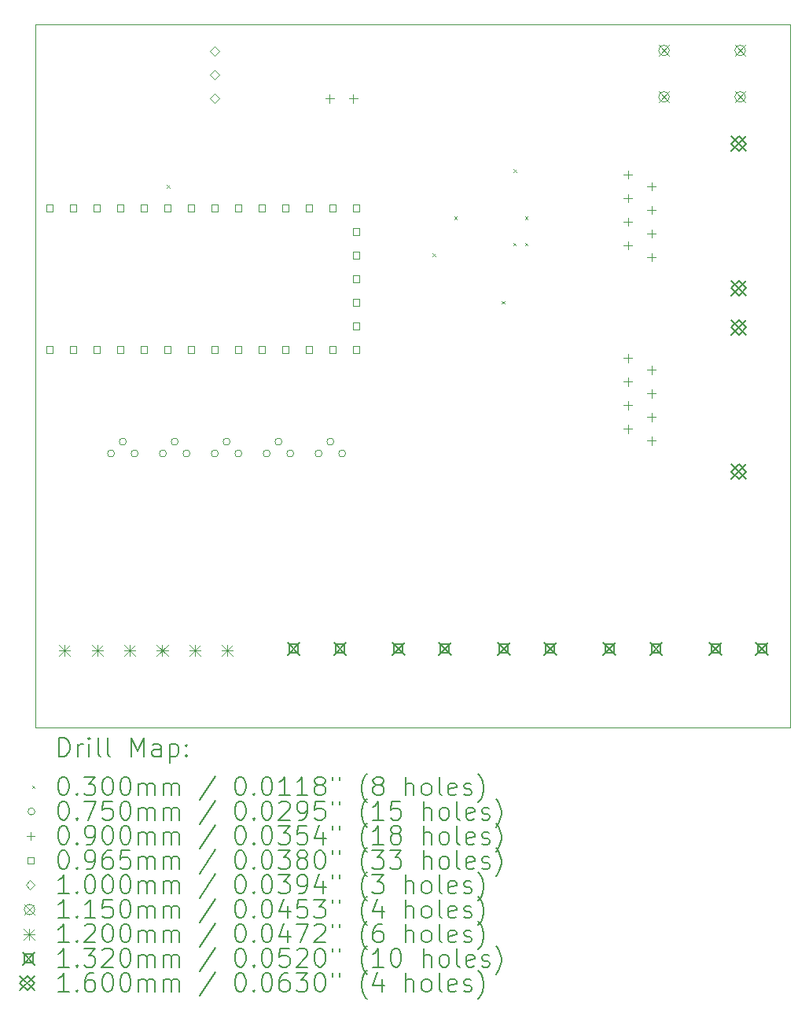
<source format=gbr>
%TF.GenerationSoftware,KiCad,Pcbnew,8.0.0*%
%TF.CreationDate,2024-10-15T09:50:22-05:00*%
%TF.ProjectId,Rain and Switches Control Board,5261696e-2061-46e6-9420-537769746368,rev?*%
%TF.SameCoordinates,Original*%
%TF.FileFunction,Drillmap*%
%TF.FilePolarity,Positive*%
%FSLAX45Y45*%
G04 Gerber Fmt 4.5, Leading zero omitted, Abs format (unit mm)*
G04 Created by KiCad (PCBNEW 8.0.0) date 2024-10-15 09:50:22*
%MOMM*%
%LPD*%
G01*
G04 APERTURE LIST*
%ADD10C,0.050000*%
%ADD11C,0.200000*%
%ADD12C,0.100000*%
%ADD13C,0.115000*%
%ADD14C,0.120000*%
%ADD15C,0.132000*%
%ADD16C,0.160000*%
G04 APERTURE END LIST*
D10*
X10710000Y-3929000D02*
X18837760Y-3929000D01*
X18837760Y-11498000D01*
X10710000Y-11498000D01*
X10710000Y-3929000D01*
D11*
D12*
X12129600Y-5662880D02*
X12159600Y-5692880D01*
X12159600Y-5662880D02*
X12129600Y-5692880D01*
X14990960Y-6396720D02*
X15020960Y-6426720D01*
X15020960Y-6396720D02*
X14990960Y-6426720D01*
X15224640Y-6000480D02*
X15254640Y-6030480D01*
X15254640Y-6000480D02*
X15224640Y-6030480D01*
X15737720Y-6909800D02*
X15767720Y-6939800D01*
X15767720Y-6909800D02*
X15737720Y-6939800D01*
X15859640Y-6284960D02*
X15889640Y-6314960D01*
X15889640Y-6284960D02*
X15859640Y-6314960D01*
X15864720Y-5492480D02*
X15894720Y-5522480D01*
X15894720Y-5492480D02*
X15864720Y-5522480D01*
X15986640Y-6000480D02*
X16016640Y-6030480D01*
X16016640Y-6000480D02*
X15986640Y-6030480D01*
X15986640Y-6284960D02*
X16016640Y-6314960D01*
X16016640Y-6284960D02*
X15986640Y-6314960D01*
X11563660Y-8550400D02*
G75*
G02*
X11488660Y-8550400I-37500J0D01*
G01*
X11488660Y-8550400D02*
G75*
G02*
X11563660Y-8550400I37500J0D01*
G01*
X11690660Y-8423400D02*
G75*
G02*
X11615660Y-8423400I-37500J0D01*
G01*
X11615660Y-8423400D02*
G75*
G02*
X11690660Y-8423400I37500J0D01*
G01*
X11817660Y-8550400D02*
G75*
G02*
X11742660Y-8550400I-37500J0D01*
G01*
X11742660Y-8550400D02*
G75*
G02*
X11817660Y-8550400I37500J0D01*
G01*
X12122460Y-8550400D02*
G75*
G02*
X12047460Y-8550400I-37500J0D01*
G01*
X12047460Y-8550400D02*
G75*
G02*
X12122460Y-8550400I37500J0D01*
G01*
X12249460Y-8423400D02*
G75*
G02*
X12174460Y-8423400I-37500J0D01*
G01*
X12174460Y-8423400D02*
G75*
G02*
X12249460Y-8423400I37500J0D01*
G01*
X12376460Y-8550400D02*
G75*
G02*
X12301460Y-8550400I-37500J0D01*
G01*
X12301460Y-8550400D02*
G75*
G02*
X12376460Y-8550400I37500J0D01*
G01*
X12681260Y-8550400D02*
G75*
G02*
X12606260Y-8550400I-37500J0D01*
G01*
X12606260Y-8550400D02*
G75*
G02*
X12681260Y-8550400I37500J0D01*
G01*
X12808260Y-8423400D02*
G75*
G02*
X12733260Y-8423400I-37500J0D01*
G01*
X12733260Y-8423400D02*
G75*
G02*
X12808260Y-8423400I37500J0D01*
G01*
X12935260Y-8550400D02*
G75*
G02*
X12860260Y-8550400I-37500J0D01*
G01*
X12860260Y-8550400D02*
G75*
G02*
X12935260Y-8550400I37500J0D01*
G01*
X13240060Y-8550400D02*
G75*
G02*
X13165060Y-8550400I-37500J0D01*
G01*
X13165060Y-8550400D02*
G75*
G02*
X13240060Y-8550400I37500J0D01*
G01*
X13367060Y-8423400D02*
G75*
G02*
X13292060Y-8423400I-37500J0D01*
G01*
X13292060Y-8423400D02*
G75*
G02*
X13367060Y-8423400I37500J0D01*
G01*
X13494060Y-8550400D02*
G75*
G02*
X13419060Y-8550400I-37500J0D01*
G01*
X13419060Y-8550400D02*
G75*
G02*
X13494060Y-8550400I37500J0D01*
G01*
X13798860Y-8550400D02*
G75*
G02*
X13723860Y-8550400I-37500J0D01*
G01*
X13723860Y-8550400D02*
G75*
G02*
X13798860Y-8550400I37500J0D01*
G01*
X13925860Y-8423400D02*
G75*
G02*
X13850860Y-8423400I-37500J0D01*
G01*
X13850860Y-8423400D02*
G75*
G02*
X13925860Y-8423400I37500J0D01*
G01*
X14052860Y-8550400D02*
G75*
G02*
X13977860Y-8550400I-37500J0D01*
G01*
X13977860Y-8550400D02*
G75*
G02*
X14052860Y-8550400I37500J0D01*
G01*
X13883280Y-4685240D02*
X13883280Y-4775240D01*
X13838280Y-4730240D02*
X13928280Y-4730240D01*
X14137280Y-4685240D02*
X14137280Y-4775240D01*
X14092280Y-4730240D02*
X14182280Y-4730240D01*
X17093380Y-5502580D02*
X17093380Y-5592580D01*
X17048380Y-5547580D02*
X17138380Y-5547580D01*
X17093380Y-5756580D02*
X17093380Y-5846580D01*
X17048380Y-5801580D02*
X17138380Y-5801580D01*
X17093380Y-6010580D02*
X17093380Y-6100580D01*
X17048380Y-6055580D02*
X17138380Y-6055580D01*
X17093380Y-6264580D02*
X17093380Y-6354580D01*
X17048380Y-6309580D02*
X17138380Y-6309580D01*
X17094880Y-7479580D02*
X17094880Y-7569580D01*
X17049880Y-7524580D02*
X17139880Y-7524580D01*
X17094880Y-7733580D02*
X17094880Y-7823580D01*
X17049880Y-7778580D02*
X17139880Y-7778580D01*
X17094880Y-7987580D02*
X17094880Y-8077580D01*
X17049880Y-8032580D02*
X17139880Y-8032580D01*
X17094880Y-8241580D02*
X17094880Y-8331580D01*
X17049880Y-8286580D02*
X17139880Y-8286580D01*
X17347380Y-5629580D02*
X17347380Y-5719580D01*
X17302380Y-5674580D02*
X17392380Y-5674580D01*
X17347380Y-5883580D02*
X17347380Y-5973580D01*
X17302380Y-5928580D02*
X17392380Y-5928580D01*
X17347380Y-6137580D02*
X17347380Y-6227580D01*
X17302380Y-6182580D02*
X17392380Y-6182580D01*
X17347380Y-6391580D02*
X17347380Y-6481580D01*
X17302380Y-6436580D02*
X17392380Y-6436580D01*
X17348880Y-7606580D02*
X17348880Y-7696580D01*
X17303880Y-7651580D02*
X17393880Y-7651580D01*
X17348880Y-7860580D02*
X17348880Y-7950580D01*
X17303880Y-7905580D02*
X17393880Y-7905580D01*
X17348880Y-8114580D02*
X17348880Y-8204580D01*
X17303880Y-8159580D02*
X17393880Y-8159580D01*
X17348880Y-8368580D02*
X17348880Y-8458580D01*
X17303880Y-8413580D02*
X17393880Y-8413580D01*
X10899878Y-5942918D02*
X10899878Y-5874682D01*
X10831642Y-5874682D01*
X10831642Y-5942918D01*
X10899878Y-5942918D01*
X10899878Y-7466918D02*
X10899878Y-7398682D01*
X10831642Y-7398682D01*
X10831642Y-7466918D01*
X10899878Y-7466918D01*
X11153878Y-5942918D02*
X11153878Y-5874682D01*
X11085642Y-5874682D01*
X11085642Y-5942918D01*
X11153878Y-5942918D01*
X11153878Y-7466918D02*
X11153878Y-7398682D01*
X11085642Y-7398682D01*
X11085642Y-7466918D01*
X11153878Y-7466918D01*
X11407878Y-5942918D02*
X11407878Y-5874682D01*
X11339642Y-5874682D01*
X11339642Y-5942918D01*
X11407878Y-5942918D01*
X11407878Y-7466918D02*
X11407878Y-7398682D01*
X11339642Y-7398682D01*
X11339642Y-7466918D01*
X11407878Y-7466918D01*
X11661878Y-5942918D02*
X11661878Y-5874682D01*
X11593642Y-5874682D01*
X11593642Y-5942918D01*
X11661878Y-5942918D01*
X11661878Y-7466918D02*
X11661878Y-7398682D01*
X11593642Y-7398682D01*
X11593642Y-7466918D01*
X11661878Y-7466918D01*
X11915878Y-5942918D02*
X11915878Y-5874682D01*
X11847642Y-5874682D01*
X11847642Y-5942918D01*
X11915878Y-5942918D01*
X11915878Y-7466918D02*
X11915878Y-7398682D01*
X11847642Y-7398682D01*
X11847642Y-7466918D01*
X11915878Y-7466918D01*
X12169878Y-5942918D02*
X12169878Y-5874682D01*
X12101642Y-5874682D01*
X12101642Y-5942918D01*
X12169878Y-5942918D01*
X12169878Y-7466918D02*
X12169878Y-7398682D01*
X12101642Y-7398682D01*
X12101642Y-7466918D01*
X12169878Y-7466918D01*
X12423878Y-5942918D02*
X12423878Y-5874682D01*
X12355642Y-5874682D01*
X12355642Y-5942918D01*
X12423878Y-5942918D01*
X12423878Y-7466918D02*
X12423878Y-7398682D01*
X12355642Y-7398682D01*
X12355642Y-7466918D01*
X12423878Y-7466918D01*
X12677878Y-5942918D02*
X12677878Y-5874682D01*
X12609642Y-5874682D01*
X12609642Y-5942918D01*
X12677878Y-5942918D01*
X12677878Y-7466918D02*
X12677878Y-7398682D01*
X12609642Y-7398682D01*
X12609642Y-7466918D01*
X12677878Y-7466918D01*
X12931878Y-5942918D02*
X12931878Y-5874682D01*
X12863642Y-5874682D01*
X12863642Y-5942918D01*
X12931878Y-5942918D01*
X12931878Y-7466918D02*
X12931878Y-7398682D01*
X12863642Y-7398682D01*
X12863642Y-7466918D01*
X12931878Y-7466918D01*
X13185878Y-5942918D02*
X13185878Y-5874682D01*
X13117642Y-5874682D01*
X13117642Y-5942918D01*
X13185878Y-5942918D01*
X13185878Y-7466918D02*
X13185878Y-7398682D01*
X13117642Y-7398682D01*
X13117642Y-7466918D01*
X13185878Y-7466918D01*
X13439878Y-5942918D02*
X13439878Y-5874682D01*
X13371642Y-5874682D01*
X13371642Y-5942918D01*
X13439878Y-5942918D01*
X13439878Y-7466918D02*
X13439878Y-7398682D01*
X13371642Y-7398682D01*
X13371642Y-7466918D01*
X13439878Y-7466918D01*
X13693878Y-5942918D02*
X13693878Y-5874682D01*
X13625642Y-5874682D01*
X13625642Y-5942918D01*
X13693878Y-5942918D01*
X13693878Y-7466918D02*
X13693878Y-7398682D01*
X13625642Y-7398682D01*
X13625642Y-7466918D01*
X13693878Y-7466918D01*
X13947878Y-5942918D02*
X13947878Y-5874682D01*
X13879642Y-5874682D01*
X13879642Y-5942918D01*
X13947878Y-5942918D01*
X13947878Y-7466918D02*
X13947878Y-7398682D01*
X13879642Y-7398682D01*
X13879642Y-7466918D01*
X13947878Y-7466918D01*
X14201878Y-5942918D02*
X14201878Y-5874682D01*
X14133642Y-5874682D01*
X14133642Y-5942918D01*
X14201878Y-5942918D01*
X14201878Y-6196918D02*
X14201878Y-6128682D01*
X14133642Y-6128682D01*
X14133642Y-6196918D01*
X14201878Y-6196918D01*
X14201878Y-6450918D02*
X14201878Y-6382682D01*
X14133642Y-6382682D01*
X14133642Y-6450918D01*
X14201878Y-6450918D01*
X14201878Y-6704918D02*
X14201878Y-6636682D01*
X14133642Y-6636682D01*
X14133642Y-6704918D01*
X14201878Y-6704918D01*
X14201878Y-6958918D02*
X14201878Y-6890682D01*
X14133642Y-6890682D01*
X14133642Y-6958918D01*
X14201878Y-6958918D01*
X14201878Y-7212918D02*
X14201878Y-7144682D01*
X14133642Y-7144682D01*
X14133642Y-7212918D01*
X14201878Y-7212918D01*
X14201878Y-7466918D02*
X14201878Y-7398682D01*
X14133642Y-7398682D01*
X14133642Y-7466918D01*
X14201878Y-7466918D01*
X12643860Y-4266660D02*
X12693860Y-4216660D01*
X12643860Y-4166660D01*
X12593860Y-4216660D01*
X12643860Y-4266660D01*
X12643860Y-4520660D02*
X12693860Y-4470660D01*
X12643860Y-4420660D01*
X12593860Y-4470660D01*
X12643860Y-4520660D01*
X12643860Y-4774660D02*
X12693860Y-4724660D01*
X12643860Y-4674660D01*
X12593860Y-4724660D01*
X12643860Y-4774660D01*
D13*
X17425380Y-4154580D02*
X17540380Y-4269580D01*
X17540380Y-4154580D02*
X17425380Y-4269580D01*
X17540380Y-4212080D02*
G75*
G02*
X17425380Y-4212080I-57500J0D01*
G01*
X17425380Y-4212080D02*
G75*
G02*
X17540380Y-4212080I57500J0D01*
G01*
X17425380Y-4654580D02*
X17540380Y-4769580D01*
X17540380Y-4654580D02*
X17425380Y-4769580D01*
X17540380Y-4712080D02*
G75*
G02*
X17425380Y-4712080I-57500J0D01*
G01*
X17425380Y-4712080D02*
G75*
G02*
X17540380Y-4712080I57500J0D01*
G01*
X18245380Y-4154580D02*
X18360380Y-4269580D01*
X18360380Y-4154580D02*
X18245380Y-4269580D01*
X18360380Y-4212080D02*
G75*
G02*
X18245380Y-4212080I-57500J0D01*
G01*
X18245380Y-4212080D02*
G75*
G02*
X18360380Y-4212080I57500J0D01*
G01*
X18245380Y-4654580D02*
X18360380Y-4769580D01*
X18360380Y-4654580D02*
X18245380Y-4769580D01*
X18360380Y-4712080D02*
G75*
G02*
X18245380Y-4712080I-57500J0D01*
G01*
X18245380Y-4712080D02*
G75*
G02*
X18360380Y-4712080I57500J0D01*
G01*
D14*
X10969600Y-10610380D02*
X11089600Y-10730380D01*
X11089600Y-10610380D02*
X10969600Y-10730380D01*
X11029600Y-10610380D02*
X11029600Y-10730380D01*
X10969600Y-10670380D02*
X11089600Y-10670380D01*
X11319600Y-10610380D02*
X11439600Y-10730380D01*
X11439600Y-10610380D02*
X11319600Y-10730380D01*
X11379600Y-10610380D02*
X11379600Y-10730380D01*
X11319600Y-10670380D02*
X11439600Y-10670380D01*
X11669600Y-10610380D02*
X11789600Y-10730380D01*
X11789600Y-10610380D02*
X11669600Y-10730380D01*
X11729600Y-10610380D02*
X11729600Y-10730380D01*
X11669600Y-10670380D02*
X11789600Y-10670380D01*
X12019600Y-10610380D02*
X12139600Y-10730380D01*
X12139600Y-10610380D02*
X12019600Y-10730380D01*
X12079600Y-10610380D02*
X12079600Y-10730380D01*
X12019600Y-10670380D02*
X12139600Y-10670380D01*
X12369600Y-10610380D02*
X12489600Y-10730380D01*
X12489600Y-10610380D02*
X12369600Y-10730380D01*
X12429600Y-10610380D02*
X12429600Y-10730380D01*
X12369600Y-10670380D02*
X12489600Y-10670380D01*
X12719600Y-10610380D02*
X12839600Y-10730380D01*
X12839600Y-10610380D02*
X12719600Y-10730380D01*
X12779600Y-10610380D02*
X12779600Y-10730380D01*
X12719600Y-10670380D02*
X12839600Y-10670380D01*
D15*
X13427820Y-10587520D02*
X13559820Y-10719520D01*
X13559820Y-10587520D02*
X13427820Y-10719520D01*
X13540489Y-10700190D02*
X13540489Y-10606851D01*
X13447150Y-10606851D01*
X13447150Y-10700190D01*
X13540489Y-10700190D01*
X13927820Y-10587520D02*
X14059820Y-10719520D01*
X14059820Y-10587520D02*
X13927820Y-10719520D01*
X14040489Y-10700190D02*
X14040489Y-10606851D01*
X13947150Y-10606851D01*
X13947150Y-10700190D01*
X14040489Y-10700190D01*
X14557820Y-10587520D02*
X14689820Y-10719520D01*
X14689820Y-10587520D02*
X14557820Y-10719520D01*
X14670489Y-10700190D02*
X14670489Y-10606851D01*
X14577150Y-10606851D01*
X14577150Y-10700190D01*
X14670489Y-10700190D01*
X15057820Y-10587520D02*
X15189820Y-10719520D01*
X15189820Y-10587520D02*
X15057820Y-10719520D01*
X15170489Y-10700190D02*
X15170489Y-10606851D01*
X15077150Y-10606851D01*
X15077150Y-10700190D01*
X15170489Y-10700190D01*
X15691820Y-10587520D02*
X15823820Y-10719520D01*
X15823820Y-10587520D02*
X15691820Y-10719520D01*
X15804489Y-10700190D02*
X15804489Y-10606851D01*
X15711150Y-10606851D01*
X15711150Y-10700190D01*
X15804489Y-10700190D01*
X16191820Y-10587520D02*
X16323820Y-10719520D01*
X16323820Y-10587520D02*
X16191820Y-10719520D01*
X16304489Y-10700190D02*
X16304489Y-10606851D01*
X16211150Y-10606851D01*
X16211150Y-10700190D01*
X16304489Y-10700190D01*
X16829820Y-10587520D02*
X16961820Y-10719520D01*
X16961820Y-10587520D02*
X16829820Y-10719520D01*
X16942490Y-10700190D02*
X16942490Y-10606851D01*
X16849151Y-10606851D01*
X16849151Y-10700190D01*
X16942490Y-10700190D01*
X17329820Y-10587520D02*
X17461820Y-10719520D01*
X17461820Y-10587520D02*
X17329820Y-10719520D01*
X17442490Y-10700190D02*
X17442490Y-10606851D01*
X17349151Y-10606851D01*
X17349151Y-10700190D01*
X17442490Y-10700190D01*
X17971820Y-10587520D02*
X18103820Y-10719520D01*
X18103820Y-10587520D02*
X17971820Y-10719520D01*
X18084490Y-10700190D02*
X18084490Y-10606851D01*
X17991151Y-10606851D01*
X17991151Y-10700190D01*
X18084490Y-10700190D01*
X18471820Y-10587520D02*
X18603820Y-10719520D01*
X18603820Y-10587520D02*
X18471820Y-10719520D01*
X18584490Y-10700190D02*
X18584490Y-10606851D01*
X18491151Y-10606851D01*
X18491151Y-10700190D01*
X18584490Y-10700190D01*
D16*
X18207380Y-5135080D02*
X18367380Y-5295080D01*
X18367380Y-5135080D02*
X18207380Y-5295080D01*
X18287380Y-5295080D02*
X18367380Y-5215080D01*
X18287380Y-5135080D01*
X18207380Y-5215080D01*
X18287380Y-5295080D01*
X18207380Y-6689080D02*
X18367380Y-6849080D01*
X18367380Y-6689080D02*
X18207380Y-6849080D01*
X18287380Y-6849080D02*
X18367380Y-6769080D01*
X18287380Y-6689080D01*
X18207380Y-6769080D01*
X18287380Y-6849080D01*
X18208880Y-7112080D02*
X18368880Y-7272080D01*
X18368880Y-7112080D02*
X18208880Y-7272080D01*
X18288880Y-7272080D02*
X18368880Y-7192080D01*
X18288880Y-7112080D01*
X18208880Y-7192080D01*
X18288880Y-7272080D01*
X18208880Y-8666080D02*
X18368880Y-8826080D01*
X18368880Y-8666080D02*
X18208880Y-8826080D01*
X18288880Y-8826080D02*
X18368880Y-8746080D01*
X18288880Y-8666080D01*
X18208880Y-8746080D01*
X18288880Y-8826080D01*
D11*
X10968277Y-11811984D02*
X10968277Y-11611984D01*
X10968277Y-11611984D02*
X11015896Y-11611984D01*
X11015896Y-11611984D02*
X11044467Y-11621508D01*
X11044467Y-11621508D02*
X11063515Y-11640555D01*
X11063515Y-11640555D02*
X11073039Y-11659603D01*
X11073039Y-11659603D02*
X11082563Y-11697698D01*
X11082563Y-11697698D02*
X11082563Y-11726269D01*
X11082563Y-11726269D02*
X11073039Y-11764365D01*
X11073039Y-11764365D02*
X11063515Y-11783412D01*
X11063515Y-11783412D02*
X11044467Y-11802460D01*
X11044467Y-11802460D02*
X11015896Y-11811984D01*
X11015896Y-11811984D02*
X10968277Y-11811984D01*
X11168277Y-11811984D02*
X11168277Y-11678650D01*
X11168277Y-11716746D02*
X11177801Y-11697698D01*
X11177801Y-11697698D02*
X11187324Y-11688174D01*
X11187324Y-11688174D02*
X11206372Y-11678650D01*
X11206372Y-11678650D02*
X11225420Y-11678650D01*
X11292086Y-11811984D02*
X11292086Y-11678650D01*
X11292086Y-11611984D02*
X11282562Y-11621508D01*
X11282562Y-11621508D02*
X11292086Y-11631031D01*
X11292086Y-11631031D02*
X11301610Y-11621508D01*
X11301610Y-11621508D02*
X11292086Y-11611984D01*
X11292086Y-11611984D02*
X11292086Y-11631031D01*
X11415896Y-11811984D02*
X11396848Y-11802460D01*
X11396848Y-11802460D02*
X11387324Y-11783412D01*
X11387324Y-11783412D02*
X11387324Y-11611984D01*
X11520658Y-11811984D02*
X11501610Y-11802460D01*
X11501610Y-11802460D02*
X11492086Y-11783412D01*
X11492086Y-11783412D02*
X11492086Y-11611984D01*
X11749229Y-11811984D02*
X11749229Y-11611984D01*
X11749229Y-11611984D02*
X11815896Y-11754841D01*
X11815896Y-11754841D02*
X11882562Y-11611984D01*
X11882562Y-11611984D02*
X11882562Y-11811984D01*
X12063515Y-11811984D02*
X12063515Y-11707222D01*
X12063515Y-11707222D02*
X12053991Y-11688174D01*
X12053991Y-11688174D02*
X12034943Y-11678650D01*
X12034943Y-11678650D02*
X11996848Y-11678650D01*
X11996848Y-11678650D02*
X11977801Y-11688174D01*
X12063515Y-11802460D02*
X12044467Y-11811984D01*
X12044467Y-11811984D02*
X11996848Y-11811984D01*
X11996848Y-11811984D02*
X11977801Y-11802460D01*
X11977801Y-11802460D02*
X11968277Y-11783412D01*
X11968277Y-11783412D02*
X11968277Y-11764365D01*
X11968277Y-11764365D02*
X11977801Y-11745317D01*
X11977801Y-11745317D02*
X11996848Y-11735793D01*
X11996848Y-11735793D02*
X12044467Y-11735793D01*
X12044467Y-11735793D02*
X12063515Y-11726269D01*
X12158753Y-11678650D02*
X12158753Y-11878650D01*
X12158753Y-11688174D02*
X12177801Y-11678650D01*
X12177801Y-11678650D02*
X12215896Y-11678650D01*
X12215896Y-11678650D02*
X12234943Y-11688174D01*
X12234943Y-11688174D02*
X12244467Y-11697698D01*
X12244467Y-11697698D02*
X12253991Y-11716746D01*
X12253991Y-11716746D02*
X12253991Y-11773888D01*
X12253991Y-11773888D02*
X12244467Y-11792936D01*
X12244467Y-11792936D02*
X12234943Y-11802460D01*
X12234943Y-11802460D02*
X12215896Y-11811984D01*
X12215896Y-11811984D02*
X12177801Y-11811984D01*
X12177801Y-11811984D02*
X12158753Y-11802460D01*
X12339705Y-11792936D02*
X12349229Y-11802460D01*
X12349229Y-11802460D02*
X12339705Y-11811984D01*
X12339705Y-11811984D02*
X12330182Y-11802460D01*
X12330182Y-11802460D02*
X12339705Y-11792936D01*
X12339705Y-11792936D02*
X12339705Y-11811984D01*
X12339705Y-11688174D02*
X12349229Y-11697698D01*
X12349229Y-11697698D02*
X12339705Y-11707222D01*
X12339705Y-11707222D02*
X12330182Y-11697698D01*
X12330182Y-11697698D02*
X12339705Y-11688174D01*
X12339705Y-11688174D02*
X12339705Y-11707222D01*
D12*
X10677500Y-12125500D02*
X10707500Y-12155500D01*
X10707500Y-12125500D02*
X10677500Y-12155500D01*
D11*
X11006372Y-12031984D02*
X11025420Y-12031984D01*
X11025420Y-12031984D02*
X11044467Y-12041508D01*
X11044467Y-12041508D02*
X11053991Y-12051031D01*
X11053991Y-12051031D02*
X11063515Y-12070079D01*
X11063515Y-12070079D02*
X11073039Y-12108174D01*
X11073039Y-12108174D02*
X11073039Y-12155793D01*
X11073039Y-12155793D02*
X11063515Y-12193888D01*
X11063515Y-12193888D02*
X11053991Y-12212936D01*
X11053991Y-12212936D02*
X11044467Y-12222460D01*
X11044467Y-12222460D02*
X11025420Y-12231984D01*
X11025420Y-12231984D02*
X11006372Y-12231984D01*
X11006372Y-12231984D02*
X10987324Y-12222460D01*
X10987324Y-12222460D02*
X10977801Y-12212936D01*
X10977801Y-12212936D02*
X10968277Y-12193888D01*
X10968277Y-12193888D02*
X10958753Y-12155793D01*
X10958753Y-12155793D02*
X10958753Y-12108174D01*
X10958753Y-12108174D02*
X10968277Y-12070079D01*
X10968277Y-12070079D02*
X10977801Y-12051031D01*
X10977801Y-12051031D02*
X10987324Y-12041508D01*
X10987324Y-12041508D02*
X11006372Y-12031984D01*
X11158753Y-12212936D02*
X11168277Y-12222460D01*
X11168277Y-12222460D02*
X11158753Y-12231984D01*
X11158753Y-12231984D02*
X11149229Y-12222460D01*
X11149229Y-12222460D02*
X11158753Y-12212936D01*
X11158753Y-12212936D02*
X11158753Y-12231984D01*
X11234943Y-12031984D02*
X11358753Y-12031984D01*
X11358753Y-12031984D02*
X11292086Y-12108174D01*
X11292086Y-12108174D02*
X11320658Y-12108174D01*
X11320658Y-12108174D02*
X11339705Y-12117698D01*
X11339705Y-12117698D02*
X11349229Y-12127222D01*
X11349229Y-12127222D02*
X11358753Y-12146269D01*
X11358753Y-12146269D02*
X11358753Y-12193888D01*
X11358753Y-12193888D02*
X11349229Y-12212936D01*
X11349229Y-12212936D02*
X11339705Y-12222460D01*
X11339705Y-12222460D02*
X11320658Y-12231984D01*
X11320658Y-12231984D02*
X11263515Y-12231984D01*
X11263515Y-12231984D02*
X11244467Y-12222460D01*
X11244467Y-12222460D02*
X11234943Y-12212936D01*
X11482562Y-12031984D02*
X11501610Y-12031984D01*
X11501610Y-12031984D02*
X11520658Y-12041508D01*
X11520658Y-12041508D02*
X11530182Y-12051031D01*
X11530182Y-12051031D02*
X11539705Y-12070079D01*
X11539705Y-12070079D02*
X11549229Y-12108174D01*
X11549229Y-12108174D02*
X11549229Y-12155793D01*
X11549229Y-12155793D02*
X11539705Y-12193888D01*
X11539705Y-12193888D02*
X11530182Y-12212936D01*
X11530182Y-12212936D02*
X11520658Y-12222460D01*
X11520658Y-12222460D02*
X11501610Y-12231984D01*
X11501610Y-12231984D02*
X11482562Y-12231984D01*
X11482562Y-12231984D02*
X11463515Y-12222460D01*
X11463515Y-12222460D02*
X11453991Y-12212936D01*
X11453991Y-12212936D02*
X11444467Y-12193888D01*
X11444467Y-12193888D02*
X11434943Y-12155793D01*
X11434943Y-12155793D02*
X11434943Y-12108174D01*
X11434943Y-12108174D02*
X11444467Y-12070079D01*
X11444467Y-12070079D02*
X11453991Y-12051031D01*
X11453991Y-12051031D02*
X11463515Y-12041508D01*
X11463515Y-12041508D02*
X11482562Y-12031984D01*
X11673039Y-12031984D02*
X11692086Y-12031984D01*
X11692086Y-12031984D02*
X11711134Y-12041508D01*
X11711134Y-12041508D02*
X11720658Y-12051031D01*
X11720658Y-12051031D02*
X11730182Y-12070079D01*
X11730182Y-12070079D02*
X11739705Y-12108174D01*
X11739705Y-12108174D02*
X11739705Y-12155793D01*
X11739705Y-12155793D02*
X11730182Y-12193888D01*
X11730182Y-12193888D02*
X11720658Y-12212936D01*
X11720658Y-12212936D02*
X11711134Y-12222460D01*
X11711134Y-12222460D02*
X11692086Y-12231984D01*
X11692086Y-12231984D02*
X11673039Y-12231984D01*
X11673039Y-12231984D02*
X11653991Y-12222460D01*
X11653991Y-12222460D02*
X11644467Y-12212936D01*
X11644467Y-12212936D02*
X11634943Y-12193888D01*
X11634943Y-12193888D02*
X11625420Y-12155793D01*
X11625420Y-12155793D02*
X11625420Y-12108174D01*
X11625420Y-12108174D02*
X11634943Y-12070079D01*
X11634943Y-12070079D02*
X11644467Y-12051031D01*
X11644467Y-12051031D02*
X11653991Y-12041508D01*
X11653991Y-12041508D02*
X11673039Y-12031984D01*
X11825420Y-12231984D02*
X11825420Y-12098650D01*
X11825420Y-12117698D02*
X11834943Y-12108174D01*
X11834943Y-12108174D02*
X11853991Y-12098650D01*
X11853991Y-12098650D02*
X11882563Y-12098650D01*
X11882563Y-12098650D02*
X11901610Y-12108174D01*
X11901610Y-12108174D02*
X11911134Y-12127222D01*
X11911134Y-12127222D02*
X11911134Y-12231984D01*
X11911134Y-12127222D02*
X11920658Y-12108174D01*
X11920658Y-12108174D02*
X11939705Y-12098650D01*
X11939705Y-12098650D02*
X11968277Y-12098650D01*
X11968277Y-12098650D02*
X11987324Y-12108174D01*
X11987324Y-12108174D02*
X11996848Y-12127222D01*
X11996848Y-12127222D02*
X11996848Y-12231984D01*
X12092086Y-12231984D02*
X12092086Y-12098650D01*
X12092086Y-12117698D02*
X12101610Y-12108174D01*
X12101610Y-12108174D02*
X12120658Y-12098650D01*
X12120658Y-12098650D02*
X12149229Y-12098650D01*
X12149229Y-12098650D02*
X12168277Y-12108174D01*
X12168277Y-12108174D02*
X12177801Y-12127222D01*
X12177801Y-12127222D02*
X12177801Y-12231984D01*
X12177801Y-12127222D02*
X12187324Y-12108174D01*
X12187324Y-12108174D02*
X12206372Y-12098650D01*
X12206372Y-12098650D02*
X12234943Y-12098650D01*
X12234943Y-12098650D02*
X12253991Y-12108174D01*
X12253991Y-12108174D02*
X12263515Y-12127222D01*
X12263515Y-12127222D02*
X12263515Y-12231984D01*
X12653991Y-12022460D02*
X12482563Y-12279603D01*
X12911134Y-12031984D02*
X12930182Y-12031984D01*
X12930182Y-12031984D02*
X12949229Y-12041508D01*
X12949229Y-12041508D02*
X12958753Y-12051031D01*
X12958753Y-12051031D02*
X12968277Y-12070079D01*
X12968277Y-12070079D02*
X12977801Y-12108174D01*
X12977801Y-12108174D02*
X12977801Y-12155793D01*
X12977801Y-12155793D02*
X12968277Y-12193888D01*
X12968277Y-12193888D02*
X12958753Y-12212936D01*
X12958753Y-12212936D02*
X12949229Y-12222460D01*
X12949229Y-12222460D02*
X12930182Y-12231984D01*
X12930182Y-12231984D02*
X12911134Y-12231984D01*
X12911134Y-12231984D02*
X12892086Y-12222460D01*
X12892086Y-12222460D02*
X12882563Y-12212936D01*
X12882563Y-12212936D02*
X12873039Y-12193888D01*
X12873039Y-12193888D02*
X12863515Y-12155793D01*
X12863515Y-12155793D02*
X12863515Y-12108174D01*
X12863515Y-12108174D02*
X12873039Y-12070079D01*
X12873039Y-12070079D02*
X12882563Y-12051031D01*
X12882563Y-12051031D02*
X12892086Y-12041508D01*
X12892086Y-12041508D02*
X12911134Y-12031984D01*
X13063515Y-12212936D02*
X13073039Y-12222460D01*
X13073039Y-12222460D02*
X13063515Y-12231984D01*
X13063515Y-12231984D02*
X13053991Y-12222460D01*
X13053991Y-12222460D02*
X13063515Y-12212936D01*
X13063515Y-12212936D02*
X13063515Y-12231984D01*
X13196848Y-12031984D02*
X13215896Y-12031984D01*
X13215896Y-12031984D02*
X13234944Y-12041508D01*
X13234944Y-12041508D02*
X13244467Y-12051031D01*
X13244467Y-12051031D02*
X13253991Y-12070079D01*
X13253991Y-12070079D02*
X13263515Y-12108174D01*
X13263515Y-12108174D02*
X13263515Y-12155793D01*
X13263515Y-12155793D02*
X13253991Y-12193888D01*
X13253991Y-12193888D02*
X13244467Y-12212936D01*
X13244467Y-12212936D02*
X13234944Y-12222460D01*
X13234944Y-12222460D02*
X13215896Y-12231984D01*
X13215896Y-12231984D02*
X13196848Y-12231984D01*
X13196848Y-12231984D02*
X13177801Y-12222460D01*
X13177801Y-12222460D02*
X13168277Y-12212936D01*
X13168277Y-12212936D02*
X13158753Y-12193888D01*
X13158753Y-12193888D02*
X13149229Y-12155793D01*
X13149229Y-12155793D02*
X13149229Y-12108174D01*
X13149229Y-12108174D02*
X13158753Y-12070079D01*
X13158753Y-12070079D02*
X13168277Y-12051031D01*
X13168277Y-12051031D02*
X13177801Y-12041508D01*
X13177801Y-12041508D02*
X13196848Y-12031984D01*
X13453991Y-12231984D02*
X13339706Y-12231984D01*
X13396848Y-12231984D02*
X13396848Y-12031984D01*
X13396848Y-12031984D02*
X13377801Y-12060555D01*
X13377801Y-12060555D02*
X13358753Y-12079603D01*
X13358753Y-12079603D02*
X13339706Y-12089127D01*
X13644467Y-12231984D02*
X13530182Y-12231984D01*
X13587325Y-12231984D02*
X13587325Y-12031984D01*
X13587325Y-12031984D02*
X13568277Y-12060555D01*
X13568277Y-12060555D02*
X13549229Y-12079603D01*
X13549229Y-12079603D02*
X13530182Y-12089127D01*
X13758753Y-12117698D02*
X13739706Y-12108174D01*
X13739706Y-12108174D02*
X13730182Y-12098650D01*
X13730182Y-12098650D02*
X13720658Y-12079603D01*
X13720658Y-12079603D02*
X13720658Y-12070079D01*
X13720658Y-12070079D02*
X13730182Y-12051031D01*
X13730182Y-12051031D02*
X13739706Y-12041508D01*
X13739706Y-12041508D02*
X13758753Y-12031984D01*
X13758753Y-12031984D02*
X13796848Y-12031984D01*
X13796848Y-12031984D02*
X13815896Y-12041508D01*
X13815896Y-12041508D02*
X13825420Y-12051031D01*
X13825420Y-12051031D02*
X13834944Y-12070079D01*
X13834944Y-12070079D02*
X13834944Y-12079603D01*
X13834944Y-12079603D02*
X13825420Y-12098650D01*
X13825420Y-12098650D02*
X13815896Y-12108174D01*
X13815896Y-12108174D02*
X13796848Y-12117698D01*
X13796848Y-12117698D02*
X13758753Y-12117698D01*
X13758753Y-12117698D02*
X13739706Y-12127222D01*
X13739706Y-12127222D02*
X13730182Y-12136746D01*
X13730182Y-12136746D02*
X13720658Y-12155793D01*
X13720658Y-12155793D02*
X13720658Y-12193888D01*
X13720658Y-12193888D02*
X13730182Y-12212936D01*
X13730182Y-12212936D02*
X13739706Y-12222460D01*
X13739706Y-12222460D02*
X13758753Y-12231984D01*
X13758753Y-12231984D02*
X13796848Y-12231984D01*
X13796848Y-12231984D02*
X13815896Y-12222460D01*
X13815896Y-12222460D02*
X13825420Y-12212936D01*
X13825420Y-12212936D02*
X13834944Y-12193888D01*
X13834944Y-12193888D02*
X13834944Y-12155793D01*
X13834944Y-12155793D02*
X13825420Y-12136746D01*
X13825420Y-12136746D02*
X13815896Y-12127222D01*
X13815896Y-12127222D02*
X13796848Y-12117698D01*
X13911134Y-12031984D02*
X13911134Y-12070079D01*
X13987325Y-12031984D02*
X13987325Y-12070079D01*
X14282563Y-12308174D02*
X14273039Y-12298650D01*
X14273039Y-12298650D02*
X14253991Y-12270079D01*
X14253991Y-12270079D02*
X14244468Y-12251031D01*
X14244468Y-12251031D02*
X14234944Y-12222460D01*
X14234944Y-12222460D02*
X14225420Y-12174841D01*
X14225420Y-12174841D02*
X14225420Y-12136746D01*
X14225420Y-12136746D02*
X14234944Y-12089127D01*
X14234944Y-12089127D02*
X14244468Y-12060555D01*
X14244468Y-12060555D02*
X14253991Y-12041508D01*
X14253991Y-12041508D02*
X14273039Y-12012936D01*
X14273039Y-12012936D02*
X14282563Y-12003412D01*
X14387325Y-12117698D02*
X14368277Y-12108174D01*
X14368277Y-12108174D02*
X14358753Y-12098650D01*
X14358753Y-12098650D02*
X14349229Y-12079603D01*
X14349229Y-12079603D02*
X14349229Y-12070079D01*
X14349229Y-12070079D02*
X14358753Y-12051031D01*
X14358753Y-12051031D02*
X14368277Y-12041508D01*
X14368277Y-12041508D02*
X14387325Y-12031984D01*
X14387325Y-12031984D02*
X14425420Y-12031984D01*
X14425420Y-12031984D02*
X14444468Y-12041508D01*
X14444468Y-12041508D02*
X14453991Y-12051031D01*
X14453991Y-12051031D02*
X14463515Y-12070079D01*
X14463515Y-12070079D02*
X14463515Y-12079603D01*
X14463515Y-12079603D02*
X14453991Y-12098650D01*
X14453991Y-12098650D02*
X14444468Y-12108174D01*
X14444468Y-12108174D02*
X14425420Y-12117698D01*
X14425420Y-12117698D02*
X14387325Y-12117698D01*
X14387325Y-12117698D02*
X14368277Y-12127222D01*
X14368277Y-12127222D02*
X14358753Y-12136746D01*
X14358753Y-12136746D02*
X14349229Y-12155793D01*
X14349229Y-12155793D02*
X14349229Y-12193888D01*
X14349229Y-12193888D02*
X14358753Y-12212936D01*
X14358753Y-12212936D02*
X14368277Y-12222460D01*
X14368277Y-12222460D02*
X14387325Y-12231984D01*
X14387325Y-12231984D02*
X14425420Y-12231984D01*
X14425420Y-12231984D02*
X14444468Y-12222460D01*
X14444468Y-12222460D02*
X14453991Y-12212936D01*
X14453991Y-12212936D02*
X14463515Y-12193888D01*
X14463515Y-12193888D02*
X14463515Y-12155793D01*
X14463515Y-12155793D02*
X14453991Y-12136746D01*
X14453991Y-12136746D02*
X14444468Y-12127222D01*
X14444468Y-12127222D02*
X14425420Y-12117698D01*
X14701610Y-12231984D02*
X14701610Y-12031984D01*
X14787325Y-12231984D02*
X14787325Y-12127222D01*
X14787325Y-12127222D02*
X14777801Y-12108174D01*
X14777801Y-12108174D02*
X14758753Y-12098650D01*
X14758753Y-12098650D02*
X14730182Y-12098650D01*
X14730182Y-12098650D02*
X14711134Y-12108174D01*
X14711134Y-12108174D02*
X14701610Y-12117698D01*
X14911134Y-12231984D02*
X14892087Y-12222460D01*
X14892087Y-12222460D02*
X14882563Y-12212936D01*
X14882563Y-12212936D02*
X14873039Y-12193888D01*
X14873039Y-12193888D02*
X14873039Y-12136746D01*
X14873039Y-12136746D02*
X14882563Y-12117698D01*
X14882563Y-12117698D02*
X14892087Y-12108174D01*
X14892087Y-12108174D02*
X14911134Y-12098650D01*
X14911134Y-12098650D02*
X14939706Y-12098650D01*
X14939706Y-12098650D02*
X14958753Y-12108174D01*
X14958753Y-12108174D02*
X14968277Y-12117698D01*
X14968277Y-12117698D02*
X14977801Y-12136746D01*
X14977801Y-12136746D02*
X14977801Y-12193888D01*
X14977801Y-12193888D02*
X14968277Y-12212936D01*
X14968277Y-12212936D02*
X14958753Y-12222460D01*
X14958753Y-12222460D02*
X14939706Y-12231984D01*
X14939706Y-12231984D02*
X14911134Y-12231984D01*
X15092087Y-12231984D02*
X15073039Y-12222460D01*
X15073039Y-12222460D02*
X15063515Y-12203412D01*
X15063515Y-12203412D02*
X15063515Y-12031984D01*
X15244468Y-12222460D02*
X15225420Y-12231984D01*
X15225420Y-12231984D02*
X15187325Y-12231984D01*
X15187325Y-12231984D02*
X15168277Y-12222460D01*
X15168277Y-12222460D02*
X15158753Y-12203412D01*
X15158753Y-12203412D02*
X15158753Y-12127222D01*
X15158753Y-12127222D02*
X15168277Y-12108174D01*
X15168277Y-12108174D02*
X15187325Y-12098650D01*
X15187325Y-12098650D02*
X15225420Y-12098650D01*
X15225420Y-12098650D02*
X15244468Y-12108174D01*
X15244468Y-12108174D02*
X15253991Y-12127222D01*
X15253991Y-12127222D02*
X15253991Y-12146269D01*
X15253991Y-12146269D02*
X15158753Y-12165317D01*
X15330182Y-12222460D02*
X15349230Y-12231984D01*
X15349230Y-12231984D02*
X15387325Y-12231984D01*
X15387325Y-12231984D02*
X15406372Y-12222460D01*
X15406372Y-12222460D02*
X15415896Y-12203412D01*
X15415896Y-12203412D02*
X15415896Y-12193888D01*
X15415896Y-12193888D02*
X15406372Y-12174841D01*
X15406372Y-12174841D02*
X15387325Y-12165317D01*
X15387325Y-12165317D02*
X15358753Y-12165317D01*
X15358753Y-12165317D02*
X15339706Y-12155793D01*
X15339706Y-12155793D02*
X15330182Y-12136746D01*
X15330182Y-12136746D02*
X15330182Y-12127222D01*
X15330182Y-12127222D02*
X15339706Y-12108174D01*
X15339706Y-12108174D02*
X15358753Y-12098650D01*
X15358753Y-12098650D02*
X15387325Y-12098650D01*
X15387325Y-12098650D02*
X15406372Y-12108174D01*
X15482563Y-12308174D02*
X15492087Y-12298650D01*
X15492087Y-12298650D02*
X15511134Y-12270079D01*
X15511134Y-12270079D02*
X15520658Y-12251031D01*
X15520658Y-12251031D02*
X15530182Y-12222460D01*
X15530182Y-12222460D02*
X15539706Y-12174841D01*
X15539706Y-12174841D02*
X15539706Y-12136746D01*
X15539706Y-12136746D02*
X15530182Y-12089127D01*
X15530182Y-12089127D02*
X15520658Y-12060555D01*
X15520658Y-12060555D02*
X15511134Y-12041508D01*
X15511134Y-12041508D02*
X15492087Y-12012936D01*
X15492087Y-12012936D02*
X15482563Y-12003412D01*
D12*
X10707500Y-12404500D02*
G75*
G02*
X10632500Y-12404500I-37500J0D01*
G01*
X10632500Y-12404500D02*
G75*
G02*
X10707500Y-12404500I37500J0D01*
G01*
D11*
X11006372Y-12295984D02*
X11025420Y-12295984D01*
X11025420Y-12295984D02*
X11044467Y-12305508D01*
X11044467Y-12305508D02*
X11053991Y-12315031D01*
X11053991Y-12315031D02*
X11063515Y-12334079D01*
X11063515Y-12334079D02*
X11073039Y-12372174D01*
X11073039Y-12372174D02*
X11073039Y-12419793D01*
X11073039Y-12419793D02*
X11063515Y-12457888D01*
X11063515Y-12457888D02*
X11053991Y-12476936D01*
X11053991Y-12476936D02*
X11044467Y-12486460D01*
X11044467Y-12486460D02*
X11025420Y-12495984D01*
X11025420Y-12495984D02*
X11006372Y-12495984D01*
X11006372Y-12495984D02*
X10987324Y-12486460D01*
X10987324Y-12486460D02*
X10977801Y-12476936D01*
X10977801Y-12476936D02*
X10968277Y-12457888D01*
X10968277Y-12457888D02*
X10958753Y-12419793D01*
X10958753Y-12419793D02*
X10958753Y-12372174D01*
X10958753Y-12372174D02*
X10968277Y-12334079D01*
X10968277Y-12334079D02*
X10977801Y-12315031D01*
X10977801Y-12315031D02*
X10987324Y-12305508D01*
X10987324Y-12305508D02*
X11006372Y-12295984D01*
X11158753Y-12476936D02*
X11168277Y-12486460D01*
X11168277Y-12486460D02*
X11158753Y-12495984D01*
X11158753Y-12495984D02*
X11149229Y-12486460D01*
X11149229Y-12486460D02*
X11158753Y-12476936D01*
X11158753Y-12476936D02*
X11158753Y-12495984D01*
X11234943Y-12295984D02*
X11368277Y-12295984D01*
X11368277Y-12295984D02*
X11282562Y-12495984D01*
X11539705Y-12295984D02*
X11444467Y-12295984D01*
X11444467Y-12295984D02*
X11434943Y-12391222D01*
X11434943Y-12391222D02*
X11444467Y-12381698D01*
X11444467Y-12381698D02*
X11463515Y-12372174D01*
X11463515Y-12372174D02*
X11511134Y-12372174D01*
X11511134Y-12372174D02*
X11530182Y-12381698D01*
X11530182Y-12381698D02*
X11539705Y-12391222D01*
X11539705Y-12391222D02*
X11549229Y-12410269D01*
X11549229Y-12410269D02*
X11549229Y-12457888D01*
X11549229Y-12457888D02*
X11539705Y-12476936D01*
X11539705Y-12476936D02*
X11530182Y-12486460D01*
X11530182Y-12486460D02*
X11511134Y-12495984D01*
X11511134Y-12495984D02*
X11463515Y-12495984D01*
X11463515Y-12495984D02*
X11444467Y-12486460D01*
X11444467Y-12486460D02*
X11434943Y-12476936D01*
X11673039Y-12295984D02*
X11692086Y-12295984D01*
X11692086Y-12295984D02*
X11711134Y-12305508D01*
X11711134Y-12305508D02*
X11720658Y-12315031D01*
X11720658Y-12315031D02*
X11730182Y-12334079D01*
X11730182Y-12334079D02*
X11739705Y-12372174D01*
X11739705Y-12372174D02*
X11739705Y-12419793D01*
X11739705Y-12419793D02*
X11730182Y-12457888D01*
X11730182Y-12457888D02*
X11720658Y-12476936D01*
X11720658Y-12476936D02*
X11711134Y-12486460D01*
X11711134Y-12486460D02*
X11692086Y-12495984D01*
X11692086Y-12495984D02*
X11673039Y-12495984D01*
X11673039Y-12495984D02*
X11653991Y-12486460D01*
X11653991Y-12486460D02*
X11644467Y-12476936D01*
X11644467Y-12476936D02*
X11634943Y-12457888D01*
X11634943Y-12457888D02*
X11625420Y-12419793D01*
X11625420Y-12419793D02*
X11625420Y-12372174D01*
X11625420Y-12372174D02*
X11634943Y-12334079D01*
X11634943Y-12334079D02*
X11644467Y-12315031D01*
X11644467Y-12315031D02*
X11653991Y-12305508D01*
X11653991Y-12305508D02*
X11673039Y-12295984D01*
X11825420Y-12495984D02*
X11825420Y-12362650D01*
X11825420Y-12381698D02*
X11834943Y-12372174D01*
X11834943Y-12372174D02*
X11853991Y-12362650D01*
X11853991Y-12362650D02*
X11882563Y-12362650D01*
X11882563Y-12362650D02*
X11901610Y-12372174D01*
X11901610Y-12372174D02*
X11911134Y-12391222D01*
X11911134Y-12391222D02*
X11911134Y-12495984D01*
X11911134Y-12391222D02*
X11920658Y-12372174D01*
X11920658Y-12372174D02*
X11939705Y-12362650D01*
X11939705Y-12362650D02*
X11968277Y-12362650D01*
X11968277Y-12362650D02*
X11987324Y-12372174D01*
X11987324Y-12372174D02*
X11996848Y-12391222D01*
X11996848Y-12391222D02*
X11996848Y-12495984D01*
X12092086Y-12495984D02*
X12092086Y-12362650D01*
X12092086Y-12381698D02*
X12101610Y-12372174D01*
X12101610Y-12372174D02*
X12120658Y-12362650D01*
X12120658Y-12362650D02*
X12149229Y-12362650D01*
X12149229Y-12362650D02*
X12168277Y-12372174D01*
X12168277Y-12372174D02*
X12177801Y-12391222D01*
X12177801Y-12391222D02*
X12177801Y-12495984D01*
X12177801Y-12391222D02*
X12187324Y-12372174D01*
X12187324Y-12372174D02*
X12206372Y-12362650D01*
X12206372Y-12362650D02*
X12234943Y-12362650D01*
X12234943Y-12362650D02*
X12253991Y-12372174D01*
X12253991Y-12372174D02*
X12263515Y-12391222D01*
X12263515Y-12391222D02*
X12263515Y-12495984D01*
X12653991Y-12286460D02*
X12482563Y-12543603D01*
X12911134Y-12295984D02*
X12930182Y-12295984D01*
X12930182Y-12295984D02*
X12949229Y-12305508D01*
X12949229Y-12305508D02*
X12958753Y-12315031D01*
X12958753Y-12315031D02*
X12968277Y-12334079D01*
X12968277Y-12334079D02*
X12977801Y-12372174D01*
X12977801Y-12372174D02*
X12977801Y-12419793D01*
X12977801Y-12419793D02*
X12968277Y-12457888D01*
X12968277Y-12457888D02*
X12958753Y-12476936D01*
X12958753Y-12476936D02*
X12949229Y-12486460D01*
X12949229Y-12486460D02*
X12930182Y-12495984D01*
X12930182Y-12495984D02*
X12911134Y-12495984D01*
X12911134Y-12495984D02*
X12892086Y-12486460D01*
X12892086Y-12486460D02*
X12882563Y-12476936D01*
X12882563Y-12476936D02*
X12873039Y-12457888D01*
X12873039Y-12457888D02*
X12863515Y-12419793D01*
X12863515Y-12419793D02*
X12863515Y-12372174D01*
X12863515Y-12372174D02*
X12873039Y-12334079D01*
X12873039Y-12334079D02*
X12882563Y-12315031D01*
X12882563Y-12315031D02*
X12892086Y-12305508D01*
X12892086Y-12305508D02*
X12911134Y-12295984D01*
X13063515Y-12476936D02*
X13073039Y-12486460D01*
X13073039Y-12486460D02*
X13063515Y-12495984D01*
X13063515Y-12495984D02*
X13053991Y-12486460D01*
X13053991Y-12486460D02*
X13063515Y-12476936D01*
X13063515Y-12476936D02*
X13063515Y-12495984D01*
X13196848Y-12295984D02*
X13215896Y-12295984D01*
X13215896Y-12295984D02*
X13234944Y-12305508D01*
X13234944Y-12305508D02*
X13244467Y-12315031D01*
X13244467Y-12315031D02*
X13253991Y-12334079D01*
X13253991Y-12334079D02*
X13263515Y-12372174D01*
X13263515Y-12372174D02*
X13263515Y-12419793D01*
X13263515Y-12419793D02*
X13253991Y-12457888D01*
X13253991Y-12457888D02*
X13244467Y-12476936D01*
X13244467Y-12476936D02*
X13234944Y-12486460D01*
X13234944Y-12486460D02*
X13215896Y-12495984D01*
X13215896Y-12495984D02*
X13196848Y-12495984D01*
X13196848Y-12495984D02*
X13177801Y-12486460D01*
X13177801Y-12486460D02*
X13168277Y-12476936D01*
X13168277Y-12476936D02*
X13158753Y-12457888D01*
X13158753Y-12457888D02*
X13149229Y-12419793D01*
X13149229Y-12419793D02*
X13149229Y-12372174D01*
X13149229Y-12372174D02*
X13158753Y-12334079D01*
X13158753Y-12334079D02*
X13168277Y-12315031D01*
X13168277Y-12315031D02*
X13177801Y-12305508D01*
X13177801Y-12305508D02*
X13196848Y-12295984D01*
X13339706Y-12315031D02*
X13349229Y-12305508D01*
X13349229Y-12305508D02*
X13368277Y-12295984D01*
X13368277Y-12295984D02*
X13415896Y-12295984D01*
X13415896Y-12295984D02*
X13434944Y-12305508D01*
X13434944Y-12305508D02*
X13444467Y-12315031D01*
X13444467Y-12315031D02*
X13453991Y-12334079D01*
X13453991Y-12334079D02*
X13453991Y-12353127D01*
X13453991Y-12353127D02*
X13444467Y-12381698D01*
X13444467Y-12381698D02*
X13330182Y-12495984D01*
X13330182Y-12495984D02*
X13453991Y-12495984D01*
X13549229Y-12495984D02*
X13587325Y-12495984D01*
X13587325Y-12495984D02*
X13606372Y-12486460D01*
X13606372Y-12486460D02*
X13615896Y-12476936D01*
X13615896Y-12476936D02*
X13634944Y-12448365D01*
X13634944Y-12448365D02*
X13644467Y-12410269D01*
X13644467Y-12410269D02*
X13644467Y-12334079D01*
X13644467Y-12334079D02*
X13634944Y-12315031D01*
X13634944Y-12315031D02*
X13625420Y-12305508D01*
X13625420Y-12305508D02*
X13606372Y-12295984D01*
X13606372Y-12295984D02*
X13568277Y-12295984D01*
X13568277Y-12295984D02*
X13549229Y-12305508D01*
X13549229Y-12305508D02*
X13539706Y-12315031D01*
X13539706Y-12315031D02*
X13530182Y-12334079D01*
X13530182Y-12334079D02*
X13530182Y-12381698D01*
X13530182Y-12381698D02*
X13539706Y-12400746D01*
X13539706Y-12400746D02*
X13549229Y-12410269D01*
X13549229Y-12410269D02*
X13568277Y-12419793D01*
X13568277Y-12419793D02*
X13606372Y-12419793D01*
X13606372Y-12419793D02*
X13625420Y-12410269D01*
X13625420Y-12410269D02*
X13634944Y-12400746D01*
X13634944Y-12400746D02*
X13644467Y-12381698D01*
X13825420Y-12295984D02*
X13730182Y-12295984D01*
X13730182Y-12295984D02*
X13720658Y-12391222D01*
X13720658Y-12391222D02*
X13730182Y-12381698D01*
X13730182Y-12381698D02*
X13749229Y-12372174D01*
X13749229Y-12372174D02*
X13796848Y-12372174D01*
X13796848Y-12372174D02*
X13815896Y-12381698D01*
X13815896Y-12381698D02*
X13825420Y-12391222D01*
X13825420Y-12391222D02*
X13834944Y-12410269D01*
X13834944Y-12410269D02*
X13834944Y-12457888D01*
X13834944Y-12457888D02*
X13825420Y-12476936D01*
X13825420Y-12476936D02*
X13815896Y-12486460D01*
X13815896Y-12486460D02*
X13796848Y-12495984D01*
X13796848Y-12495984D02*
X13749229Y-12495984D01*
X13749229Y-12495984D02*
X13730182Y-12486460D01*
X13730182Y-12486460D02*
X13720658Y-12476936D01*
X13911134Y-12295984D02*
X13911134Y-12334079D01*
X13987325Y-12295984D02*
X13987325Y-12334079D01*
X14282563Y-12572174D02*
X14273039Y-12562650D01*
X14273039Y-12562650D02*
X14253991Y-12534079D01*
X14253991Y-12534079D02*
X14244468Y-12515031D01*
X14244468Y-12515031D02*
X14234944Y-12486460D01*
X14234944Y-12486460D02*
X14225420Y-12438841D01*
X14225420Y-12438841D02*
X14225420Y-12400746D01*
X14225420Y-12400746D02*
X14234944Y-12353127D01*
X14234944Y-12353127D02*
X14244468Y-12324555D01*
X14244468Y-12324555D02*
X14253991Y-12305508D01*
X14253991Y-12305508D02*
X14273039Y-12276936D01*
X14273039Y-12276936D02*
X14282563Y-12267412D01*
X14463515Y-12495984D02*
X14349229Y-12495984D01*
X14406372Y-12495984D02*
X14406372Y-12295984D01*
X14406372Y-12295984D02*
X14387325Y-12324555D01*
X14387325Y-12324555D02*
X14368277Y-12343603D01*
X14368277Y-12343603D02*
X14349229Y-12353127D01*
X14644468Y-12295984D02*
X14549229Y-12295984D01*
X14549229Y-12295984D02*
X14539706Y-12391222D01*
X14539706Y-12391222D02*
X14549229Y-12381698D01*
X14549229Y-12381698D02*
X14568277Y-12372174D01*
X14568277Y-12372174D02*
X14615896Y-12372174D01*
X14615896Y-12372174D02*
X14634944Y-12381698D01*
X14634944Y-12381698D02*
X14644468Y-12391222D01*
X14644468Y-12391222D02*
X14653991Y-12410269D01*
X14653991Y-12410269D02*
X14653991Y-12457888D01*
X14653991Y-12457888D02*
X14644468Y-12476936D01*
X14644468Y-12476936D02*
X14634944Y-12486460D01*
X14634944Y-12486460D02*
X14615896Y-12495984D01*
X14615896Y-12495984D02*
X14568277Y-12495984D01*
X14568277Y-12495984D02*
X14549229Y-12486460D01*
X14549229Y-12486460D02*
X14539706Y-12476936D01*
X14892087Y-12495984D02*
X14892087Y-12295984D01*
X14977801Y-12495984D02*
X14977801Y-12391222D01*
X14977801Y-12391222D02*
X14968277Y-12372174D01*
X14968277Y-12372174D02*
X14949230Y-12362650D01*
X14949230Y-12362650D02*
X14920658Y-12362650D01*
X14920658Y-12362650D02*
X14901610Y-12372174D01*
X14901610Y-12372174D02*
X14892087Y-12381698D01*
X15101610Y-12495984D02*
X15082563Y-12486460D01*
X15082563Y-12486460D02*
X15073039Y-12476936D01*
X15073039Y-12476936D02*
X15063515Y-12457888D01*
X15063515Y-12457888D02*
X15063515Y-12400746D01*
X15063515Y-12400746D02*
X15073039Y-12381698D01*
X15073039Y-12381698D02*
X15082563Y-12372174D01*
X15082563Y-12372174D02*
X15101610Y-12362650D01*
X15101610Y-12362650D02*
X15130182Y-12362650D01*
X15130182Y-12362650D02*
X15149230Y-12372174D01*
X15149230Y-12372174D02*
X15158753Y-12381698D01*
X15158753Y-12381698D02*
X15168277Y-12400746D01*
X15168277Y-12400746D02*
X15168277Y-12457888D01*
X15168277Y-12457888D02*
X15158753Y-12476936D01*
X15158753Y-12476936D02*
X15149230Y-12486460D01*
X15149230Y-12486460D02*
X15130182Y-12495984D01*
X15130182Y-12495984D02*
X15101610Y-12495984D01*
X15282563Y-12495984D02*
X15263515Y-12486460D01*
X15263515Y-12486460D02*
X15253991Y-12467412D01*
X15253991Y-12467412D02*
X15253991Y-12295984D01*
X15434944Y-12486460D02*
X15415896Y-12495984D01*
X15415896Y-12495984D02*
X15377801Y-12495984D01*
X15377801Y-12495984D02*
X15358753Y-12486460D01*
X15358753Y-12486460D02*
X15349230Y-12467412D01*
X15349230Y-12467412D02*
X15349230Y-12391222D01*
X15349230Y-12391222D02*
X15358753Y-12372174D01*
X15358753Y-12372174D02*
X15377801Y-12362650D01*
X15377801Y-12362650D02*
X15415896Y-12362650D01*
X15415896Y-12362650D02*
X15434944Y-12372174D01*
X15434944Y-12372174D02*
X15444468Y-12391222D01*
X15444468Y-12391222D02*
X15444468Y-12410269D01*
X15444468Y-12410269D02*
X15349230Y-12429317D01*
X15520658Y-12486460D02*
X15539706Y-12495984D01*
X15539706Y-12495984D02*
X15577801Y-12495984D01*
X15577801Y-12495984D02*
X15596849Y-12486460D01*
X15596849Y-12486460D02*
X15606372Y-12467412D01*
X15606372Y-12467412D02*
X15606372Y-12457888D01*
X15606372Y-12457888D02*
X15596849Y-12438841D01*
X15596849Y-12438841D02*
X15577801Y-12429317D01*
X15577801Y-12429317D02*
X15549230Y-12429317D01*
X15549230Y-12429317D02*
X15530182Y-12419793D01*
X15530182Y-12419793D02*
X15520658Y-12400746D01*
X15520658Y-12400746D02*
X15520658Y-12391222D01*
X15520658Y-12391222D02*
X15530182Y-12372174D01*
X15530182Y-12372174D02*
X15549230Y-12362650D01*
X15549230Y-12362650D02*
X15577801Y-12362650D01*
X15577801Y-12362650D02*
X15596849Y-12372174D01*
X15673039Y-12572174D02*
X15682563Y-12562650D01*
X15682563Y-12562650D02*
X15701611Y-12534079D01*
X15701611Y-12534079D02*
X15711134Y-12515031D01*
X15711134Y-12515031D02*
X15720658Y-12486460D01*
X15720658Y-12486460D02*
X15730182Y-12438841D01*
X15730182Y-12438841D02*
X15730182Y-12400746D01*
X15730182Y-12400746D02*
X15720658Y-12353127D01*
X15720658Y-12353127D02*
X15711134Y-12324555D01*
X15711134Y-12324555D02*
X15701611Y-12305508D01*
X15701611Y-12305508D02*
X15682563Y-12276936D01*
X15682563Y-12276936D02*
X15673039Y-12267412D01*
D12*
X10662500Y-12623500D02*
X10662500Y-12713500D01*
X10617500Y-12668500D02*
X10707500Y-12668500D01*
D11*
X11006372Y-12559984D02*
X11025420Y-12559984D01*
X11025420Y-12559984D02*
X11044467Y-12569508D01*
X11044467Y-12569508D02*
X11053991Y-12579031D01*
X11053991Y-12579031D02*
X11063515Y-12598079D01*
X11063515Y-12598079D02*
X11073039Y-12636174D01*
X11073039Y-12636174D02*
X11073039Y-12683793D01*
X11073039Y-12683793D02*
X11063515Y-12721888D01*
X11063515Y-12721888D02*
X11053991Y-12740936D01*
X11053991Y-12740936D02*
X11044467Y-12750460D01*
X11044467Y-12750460D02*
X11025420Y-12759984D01*
X11025420Y-12759984D02*
X11006372Y-12759984D01*
X11006372Y-12759984D02*
X10987324Y-12750460D01*
X10987324Y-12750460D02*
X10977801Y-12740936D01*
X10977801Y-12740936D02*
X10968277Y-12721888D01*
X10968277Y-12721888D02*
X10958753Y-12683793D01*
X10958753Y-12683793D02*
X10958753Y-12636174D01*
X10958753Y-12636174D02*
X10968277Y-12598079D01*
X10968277Y-12598079D02*
X10977801Y-12579031D01*
X10977801Y-12579031D02*
X10987324Y-12569508D01*
X10987324Y-12569508D02*
X11006372Y-12559984D01*
X11158753Y-12740936D02*
X11168277Y-12750460D01*
X11168277Y-12750460D02*
X11158753Y-12759984D01*
X11158753Y-12759984D02*
X11149229Y-12750460D01*
X11149229Y-12750460D02*
X11158753Y-12740936D01*
X11158753Y-12740936D02*
X11158753Y-12759984D01*
X11263515Y-12759984D02*
X11301610Y-12759984D01*
X11301610Y-12759984D02*
X11320658Y-12750460D01*
X11320658Y-12750460D02*
X11330182Y-12740936D01*
X11330182Y-12740936D02*
X11349229Y-12712365D01*
X11349229Y-12712365D02*
X11358753Y-12674269D01*
X11358753Y-12674269D02*
X11358753Y-12598079D01*
X11358753Y-12598079D02*
X11349229Y-12579031D01*
X11349229Y-12579031D02*
X11339705Y-12569508D01*
X11339705Y-12569508D02*
X11320658Y-12559984D01*
X11320658Y-12559984D02*
X11282562Y-12559984D01*
X11282562Y-12559984D02*
X11263515Y-12569508D01*
X11263515Y-12569508D02*
X11253991Y-12579031D01*
X11253991Y-12579031D02*
X11244467Y-12598079D01*
X11244467Y-12598079D02*
X11244467Y-12645698D01*
X11244467Y-12645698D02*
X11253991Y-12664746D01*
X11253991Y-12664746D02*
X11263515Y-12674269D01*
X11263515Y-12674269D02*
X11282562Y-12683793D01*
X11282562Y-12683793D02*
X11320658Y-12683793D01*
X11320658Y-12683793D02*
X11339705Y-12674269D01*
X11339705Y-12674269D02*
X11349229Y-12664746D01*
X11349229Y-12664746D02*
X11358753Y-12645698D01*
X11482562Y-12559984D02*
X11501610Y-12559984D01*
X11501610Y-12559984D02*
X11520658Y-12569508D01*
X11520658Y-12569508D02*
X11530182Y-12579031D01*
X11530182Y-12579031D02*
X11539705Y-12598079D01*
X11539705Y-12598079D02*
X11549229Y-12636174D01*
X11549229Y-12636174D02*
X11549229Y-12683793D01*
X11549229Y-12683793D02*
X11539705Y-12721888D01*
X11539705Y-12721888D02*
X11530182Y-12740936D01*
X11530182Y-12740936D02*
X11520658Y-12750460D01*
X11520658Y-12750460D02*
X11501610Y-12759984D01*
X11501610Y-12759984D02*
X11482562Y-12759984D01*
X11482562Y-12759984D02*
X11463515Y-12750460D01*
X11463515Y-12750460D02*
X11453991Y-12740936D01*
X11453991Y-12740936D02*
X11444467Y-12721888D01*
X11444467Y-12721888D02*
X11434943Y-12683793D01*
X11434943Y-12683793D02*
X11434943Y-12636174D01*
X11434943Y-12636174D02*
X11444467Y-12598079D01*
X11444467Y-12598079D02*
X11453991Y-12579031D01*
X11453991Y-12579031D02*
X11463515Y-12569508D01*
X11463515Y-12569508D02*
X11482562Y-12559984D01*
X11673039Y-12559984D02*
X11692086Y-12559984D01*
X11692086Y-12559984D02*
X11711134Y-12569508D01*
X11711134Y-12569508D02*
X11720658Y-12579031D01*
X11720658Y-12579031D02*
X11730182Y-12598079D01*
X11730182Y-12598079D02*
X11739705Y-12636174D01*
X11739705Y-12636174D02*
X11739705Y-12683793D01*
X11739705Y-12683793D02*
X11730182Y-12721888D01*
X11730182Y-12721888D02*
X11720658Y-12740936D01*
X11720658Y-12740936D02*
X11711134Y-12750460D01*
X11711134Y-12750460D02*
X11692086Y-12759984D01*
X11692086Y-12759984D02*
X11673039Y-12759984D01*
X11673039Y-12759984D02*
X11653991Y-12750460D01*
X11653991Y-12750460D02*
X11644467Y-12740936D01*
X11644467Y-12740936D02*
X11634943Y-12721888D01*
X11634943Y-12721888D02*
X11625420Y-12683793D01*
X11625420Y-12683793D02*
X11625420Y-12636174D01*
X11625420Y-12636174D02*
X11634943Y-12598079D01*
X11634943Y-12598079D02*
X11644467Y-12579031D01*
X11644467Y-12579031D02*
X11653991Y-12569508D01*
X11653991Y-12569508D02*
X11673039Y-12559984D01*
X11825420Y-12759984D02*
X11825420Y-12626650D01*
X11825420Y-12645698D02*
X11834943Y-12636174D01*
X11834943Y-12636174D02*
X11853991Y-12626650D01*
X11853991Y-12626650D02*
X11882563Y-12626650D01*
X11882563Y-12626650D02*
X11901610Y-12636174D01*
X11901610Y-12636174D02*
X11911134Y-12655222D01*
X11911134Y-12655222D02*
X11911134Y-12759984D01*
X11911134Y-12655222D02*
X11920658Y-12636174D01*
X11920658Y-12636174D02*
X11939705Y-12626650D01*
X11939705Y-12626650D02*
X11968277Y-12626650D01*
X11968277Y-12626650D02*
X11987324Y-12636174D01*
X11987324Y-12636174D02*
X11996848Y-12655222D01*
X11996848Y-12655222D02*
X11996848Y-12759984D01*
X12092086Y-12759984D02*
X12092086Y-12626650D01*
X12092086Y-12645698D02*
X12101610Y-12636174D01*
X12101610Y-12636174D02*
X12120658Y-12626650D01*
X12120658Y-12626650D02*
X12149229Y-12626650D01*
X12149229Y-12626650D02*
X12168277Y-12636174D01*
X12168277Y-12636174D02*
X12177801Y-12655222D01*
X12177801Y-12655222D02*
X12177801Y-12759984D01*
X12177801Y-12655222D02*
X12187324Y-12636174D01*
X12187324Y-12636174D02*
X12206372Y-12626650D01*
X12206372Y-12626650D02*
X12234943Y-12626650D01*
X12234943Y-12626650D02*
X12253991Y-12636174D01*
X12253991Y-12636174D02*
X12263515Y-12655222D01*
X12263515Y-12655222D02*
X12263515Y-12759984D01*
X12653991Y-12550460D02*
X12482563Y-12807603D01*
X12911134Y-12559984D02*
X12930182Y-12559984D01*
X12930182Y-12559984D02*
X12949229Y-12569508D01*
X12949229Y-12569508D02*
X12958753Y-12579031D01*
X12958753Y-12579031D02*
X12968277Y-12598079D01*
X12968277Y-12598079D02*
X12977801Y-12636174D01*
X12977801Y-12636174D02*
X12977801Y-12683793D01*
X12977801Y-12683793D02*
X12968277Y-12721888D01*
X12968277Y-12721888D02*
X12958753Y-12740936D01*
X12958753Y-12740936D02*
X12949229Y-12750460D01*
X12949229Y-12750460D02*
X12930182Y-12759984D01*
X12930182Y-12759984D02*
X12911134Y-12759984D01*
X12911134Y-12759984D02*
X12892086Y-12750460D01*
X12892086Y-12750460D02*
X12882563Y-12740936D01*
X12882563Y-12740936D02*
X12873039Y-12721888D01*
X12873039Y-12721888D02*
X12863515Y-12683793D01*
X12863515Y-12683793D02*
X12863515Y-12636174D01*
X12863515Y-12636174D02*
X12873039Y-12598079D01*
X12873039Y-12598079D02*
X12882563Y-12579031D01*
X12882563Y-12579031D02*
X12892086Y-12569508D01*
X12892086Y-12569508D02*
X12911134Y-12559984D01*
X13063515Y-12740936D02*
X13073039Y-12750460D01*
X13073039Y-12750460D02*
X13063515Y-12759984D01*
X13063515Y-12759984D02*
X13053991Y-12750460D01*
X13053991Y-12750460D02*
X13063515Y-12740936D01*
X13063515Y-12740936D02*
X13063515Y-12759984D01*
X13196848Y-12559984D02*
X13215896Y-12559984D01*
X13215896Y-12559984D02*
X13234944Y-12569508D01*
X13234944Y-12569508D02*
X13244467Y-12579031D01*
X13244467Y-12579031D02*
X13253991Y-12598079D01*
X13253991Y-12598079D02*
X13263515Y-12636174D01*
X13263515Y-12636174D02*
X13263515Y-12683793D01*
X13263515Y-12683793D02*
X13253991Y-12721888D01*
X13253991Y-12721888D02*
X13244467Y-12740936D01*
X13244467Y-12740936D02*
X13234944Y-12750460D01*
X13234944Y-12750460D02*
X13215896Y-12759984D01*
X13215896Y-12759984D02*
X13196848Y-12759984D01*
X13196848Y-12759984D02*
X13177801Y-12750460D01*
X13177801Y-12750460D02*
X13168277Y-12740936D01*
X13168277Y-12740936D02*
X13158753Y-12721888D01*
X13158753Y-12721888D02*
X13149229Y-12683793D01*
X13149229Y-12683793D02*
X13149229Y-12636174D01*
X13149229Y-12636174D02*
X13158753Y-12598079D01*
X13158753Y-12598079D02*
X13168277Y-12579031D01*
X13168277Y-12579031D02*
X13177801Y-12569508D01*
X13177801Y-12569508D02*
X13196848Y-12559984D01*
X13330182Y-12559984D02*
X13453991Y-12559984D01*
X13453991Y-12559984D02*
X13387325Y-12636174D01*
X13387325Y-12636174D02*
X13415896Y-12636174D01*
X13415896Y-12636174D02*
X13434944Y-12645698D01*
X13434944Y-12645698D02*
X13444467Y-12655222D01*
X13444467Y-12655222D02*
X13453991Y-12674269D01*
X13453991Y-12674269D02*
X13453991Y-12721888D01*
X13453991Y-12721888D02*
X13444467Y-12740936D01*
X13444467Y-12740936D02*
X13434944Y-12750460D01*
X13434944Y-12750460D02*
X13415896Y-12759984D01*
X13415896Y-12759984D02*
X13358753Y-12759984D01*
X13358753Y-12759984D02*
X13339706Y-12750460D01*
X13339706Y-12750460D02*
X13330182Y-12740936D01*
X13634944Y-12559984D02*
X13539706Y-12559984D01*
X13539706Y-12559984D02*
X13530182Y-12655222D01*
X13530182Y-12655222D02*
X13539706Y-12645698D01*
X13539706Y-12645698D02*
X13558753Y-12636174D01*
X13558753Y-12636174D02*
X13606372Y-12636174D01*
X13606372Y-12636174D02*
X13625420Y-12645698D01*
X13625420Y-12645698D02*
X13634944Y-12655222D01*
X13634944Y-12655222D02*
X13644467Y-12674269D01*
X13644467Y-12674269D02*
X13644467Y-12721888D01*
X13644467Y-12721888D02*
X13634944Y-12740936D01*
X13634944Y-12740936D02*
X13625420Y-12750460D01*
X13625420Y-12750460D02*
X13606372Y-12759984D01*
X13606372Y-12759984D02*
X13558753Y-12759984D01*
X13558753Y-12759984D02*
X13539706Y-12750460D01*
X13539706Y-12750460D02*
X13530182Y-12740936D01*
X13815896Y-12626650D02*
X13815896Y-12759984D01*
X13768277Y-12550460D02*
X13720658Y-12693317D01*
X13720658Y-12693317D02*
X13844467Y-12693317D01*
X13911134Y-12559984D02*
X13911134Y-12598079D01*
X13987325Y-12559984D02*
X13987325Y-12598079D01*
X14282563Y-12836174D02*
X14273039Y-12826650D01*
X14273039Y-12826650D02*
X14253991Y-12798079D01*
X14253991Y-12798079D02*
X14244468Y-12779031D01*
X14244468Y-12779031D02*
X14234944Y-12750460D01*
X14234944Y-12750460D02*
X14225420Y-12702841D01*
X14225420Y-12702841D02*
X14225420Y-12664746D01*
X14225420Y-12664746D02*
X14234944Y-12617127D01*
X14234944Y-12617127D02*
X14244468Y-12588555D01*
X14244468Y-12588555D02*
X14253991Y-12569508D01*
X14253991Y-12569508D02*
X14273039Y-12540936D01*
X14273039Y-12540936D02*
X14282563Y-12531412D01*
X14463515Y-12759984D02*
X14349229Y-12759984D01*
X14406372Y-12759984D02*
X14406372Y-12559984D01*
X14406372Y-12559984D02*
X14387325Y-12588555D01*
X14387325Y-12588555D02*
X14368277Y-12607603D01*
X14368277Y-12607603D02*
X14349229Y-12617127D01*
X14577801Y-12645698D02*
X14558753Y-12636174D01*
X14558753Y-12636174D02*
X14549229Y-12626650D01*
X14549229Y-12626650D02*
X14539706Y-12607603D01*
X14539706Y-12607603D02*
X14539706Y-12598079D01*
X14539706Y-12598079D02*
X14549229Y-12579031D01*
X14549229Y-12579031D02*
X14558753Y-12569508D01*
X14558753Y-12569508D02*
X14577801Y-12559984D01*
X14577801Y-12559984D02*
X14615896Y-12559984D01*
X14615896Y-12559984D02*
X14634944Y-12569508D01*
X14634944Y-12569508D02*
X14644468Y-12579031D01*
X14644468Y-12579031D02*
X14653991Y-12598079D01*
X14653991Y-12598079D02*
X14653991Y-12607603D01*
X14653991Y-12607603D02*
X14644468Y-12626650D01*
X14644468Y-12626650D02*
X14634944Y-12636174D01*
X14634944Y-12636174D02*
X14615896Y-12645698D01*
X14615896Y-12645698D02*
X14577801Y-12645698D01*
X14577801Y-12645698D02*
X14558753Y-12655222D01*
X14558753Y-12655222D02*
X14549229Y-12664746D01*
X14549229Y-12664746D02*
X14539706Y-12683793D01*
X14539706Y-12683793D02*
X14539706Y-12721888D01*
X14539706Y-12721888D02*
X14549229Y-12740936D01*
X14549229Y-12740936D02*
X14558753Y-12750460D01*
X14558753Y-12750460D02*
X14577801Y-12759984D01*
X14577801Y-12759984D02*
X14615896Y-12759984D01*
X14615896Y-12759984D02*
X14634944Y-12750460D01*
X14634944Y-12750460D02*
X14644468Y-12740936D01*
X14644468Y-12740936D02*
X14653991Y-12721888D01*
X14653991Y-12721888D02*
X14653991Y-12683793D01*
X14653991Y-12683793D02*
X14644468Y-12664746D01*
X14644468Y-12664746D02*
X14634944Y-12655222D01*
X14634944Y-12655222D02*
X14615896Y-12645698D01*
X14892087Y-12759984D02*
X14892087Y-12559984D01*
X14977801Y-12759984D02*
X14977801Y-12655222D01*
X14977801Y-12655222D02*
X14968277Y-12636174D01*
X14968277Y-12636174D02*
X14949230Y-12626650D01*
X14949230Y-12626650D02*
X14920658Y-12626650D01*
X14920658Y-12626650D02*
X14901610Y-12636174D01*
X14901610Y-12636174D02*
X14892087Y-12645698D01*
X15101610Y-12759984D02*
X15082563Y-12750460D01*
X15082563Y-12750460D02*
X15073039Y-12740936D01*
X15073039Y-12740936D02*
X15063515Y-12721888D01*
X15063515Y-12721888D02*
X15063515Y-12664746D01*
X15063515Y-12664746D02*
X15073039Y-12645698D01*
X15073039Y-12645698D02*
X15082563Y-12636174D01*
X15082563Y-12636174D02*
X15101610Y-12626650D01*
X15101610Y-12626650D02*
X15130182Y-12626650D01*
X15130182Y-12626650D02*
X15149230Y-12636174D01*
X15149230Y-12636174D02*
X15158753Y-12645698D01*
X15158753Y-12645698D02*
X15168277Y-12664746D01*
X15168277Y-12664746D02*
X15168277Y-12721888D01*
X15168277Y-12721888D02*
X15158753Y-12740936D01*
X15158753Y-12740936D02*
X15149230Y-12750460D01*
X15149230Y-12750460D02*
X15130182Y-12759984D01*
X15130182Y-12759984D02*
X15101610Y-12759984D01*
X15282563Y-12759984D02*
X15263515Y-12750460D01*
X15263515Y-12750460D02*
X15253991Y-12731412D01*
X15253991Y-12731412D02*
X15253991Y-12559984D01*
X15434944Y-12750460D02*
X15415896Y-12759984D01*
X15415896Y-12759984D02*
X15377801Y-12759984D01*
X15377801Y-12759984D02*
X15358753Y-12750460D01*
X15358753Y-12750460D02*
X15349230Y-12731412D01*
X15349230Y-12731412D02*
X15349230Y-12655222D01*
X15349230Y-12655222D02*
X15358753Y-12636174D01*
X15358753Y-12636174D02*
X15377801Y-12626650D01*
X15377801Y-12626650D02*
X15415896Y-12626650D01*
X15415896Y-12626650D02*
X15434944Y-12636174D01*
X15434944Y-12636174D02*
X15444468Y-12655222D01*
X15444468Y-12655222D02*
X15444468Y-12674269D01*
X15444468Y-12674269D02*
X15349230Y-12693317D01*
X15520658Y-12750460D02*
X15539706Y-12759984D01*
X15539706Y-12759984D02*
X15577801Y-12759984D01*
X15577801Y-12759984D02*
X15596849Y-12750460D01*
X15596849Y-12750460D02*
X15606372Y-12731412D01*
X15606372Y-12731412D02*
X15606372Y-12721888D01*
X15606372Y-12721888D02*
X15596849Y-12702841D01*
X15596849Y-12702841D02*
X15577801Y-12693317D01*
X15577801Y-12693317D02*
X15549230Y-12693317D01*
X15549230Y-12693317D02*
X15530182Y-12683793D01*
X15530182Y-12683793D02*
X15520658Y-12664746D01*
X15520658Y-12664746D02*
X15520658Y-12655222D01*
X15520658Y-12655222D02*
X15530182Y-12636174D01*
X15530182Y-12636174D02*
X15549230Y-12626650D01*
X15549230Y-12626650D02*
X15577801Y-12626650D01*
X15577801Y-12626650D02*
X15596849Y-12636174D01*
X15673039Y-12836174D02*
X15682563Y-12826650D01*
X15682563Y-12826650D02*
X15701611Y-12798079D01*
X15701611Y-12798079D02*
X15711134Y-12779031D01*
X15711134Y-12779031D02*
X15720658Y-12750460D01*
X15720658Y-12750460D02*
X15730182Y-12702841D01*
X15730182Y-12702841D02*
X15730182Y-12664746D01*
X15730182Y-12664746D02*
X15720658Y-12617127D01*
X15720658Y-12617127D02*
X15711134Y-12588555D01*
X15711134Y-12588555D02*
X15701611Y-12569508D01*
X15701611Y-12569508D02*
X15682563Y-12540936D01*
X15682563Y-12540936D02*
X15673039Y-12531412D01*
D12*
X10693368Y-12966618D02*
X10693368Y-12898382D01*
X10625132Y-12898382D01*
X10625132Y-12966618D01*
X10693368Y-12966618D01*
D11*
X11006372Y-12823984D02*
X11025420Y-12823984D01*
X11025420Y-12823984D02*
X11044467Y-12833508D01*
X11044467Y-12833508D02*
X11053991Y-12843031D01*
X11053991Y-12843031D02*
X11063515Y-12862079D01*
X11063515Y-12862079D02*
X11073039Y-12900174D01*
X11073039Y-12900174D02*
X11073039Y-12947793D01*
X11073039Y-12947793D02*
X11063515Y-12985888D01*
X11063515Y-12985888D02*
X11053991Y-13004936D01*
X11053991Y-13004936D02*
X11044467Y-13014460D01*
X11044467Y-13014460D02*
X11025420Y-13023984D01*
X11025420Y-13023984D02*
X11006372Y-13023984D01*
X11006372Y-13023984D02*
X10987324Y-13014460D01*
X10987324Y-13014460D02*
X10977801Y-13004936D01*
X10977801Y-13004936D02*
X10968277Y-12985888D01*
X10968277Y-12985888D02*
X10958753Y-12947793D01*
X10958753Y-12947793D02*
X10958753Y-12900174D01*
X10958753Y-12900174D02*
X10968277Y-12862079D01*
X10968277Y-12862079D02*
X10977801Y-12843031D01*
X10977801Y-12843031D02*
X10987324Y-12833508D01*
X10987324Y-12833508D02*
X11006372Y-12823984D01*
X11158753Y-13004936D02*
X11168277Y-13014460D01*
X11168277Y-13014460D02*
X11158753Y-13023984D01*
X11158753Y-13023984D02*
X11149229Y-13014460D01*
X11149229Y-13014460D02*
X11158753Y-13004936D01*
X11158753Y-13004936D02*
X11158753Y-13023984D01*
X11263515Y-13023984D02*
X11301610Y-13023984D01*
X11301610Y-13023984D02*
X11320658Y-13014460D01*
X11320658Y-13014460D02*
X11330182Y-13004936D01*
X11330182Y-13004936D02*
X11349229Y-12976365D01*
X11349229Y-12976365D02*
X11358753Y-12938269D01*
X11358753Y-12938269D02*
X11358753Y-12862079D01*
X11358753Y-12862079D02*
X11349229Y-12843031D01*
X11349229Y-12843031D02*
X11339705Y-12833508D01*
X11339705Y-12833508D02*
X11320658Y-12823984D01*
X11320658Y-12823984D02*
X11282562Y-12823984D01*
X11282562Y-12823984D02*
X11263515Y-12833508D01*
X11263515Y-12833508D02*
X11253991Y-12843031D01*
X11253991Y-12843031D02*
X11244467Y-12862079D01*
X11244467Y-12862079D02*
X11244467Y-12909698D01*
X11244467Y-12909698D02*
X11253991Y-12928746D01*
X11253991Y-12928746D02*
X11263515Y-12938269D01*
X11263515Y-12938269D02*
X11282562Y-12947793D01*
X11282562Y-12947793D02*
X11320658Y-12947793D01*
X11320658Y-12947793D02*
X11339705Y-12938269D01*
X11339705Y-12938269D02*
X11349229Y-12928746D01*
X11349229Y-12928746D02*
X11358753Y-12909698D01*
X11530182Y-12823984D02*
X11492086Y-12823984D01*
X11492086Y-12823984D02*
X11473039Y-12833508D01*
X11473039Y-12833508D02*
X11463515Y-12843031D01*
X11463515Y-12843031D02*
X11444467Y-12871603D01*
X11444467Y-12871603D02*
X11434943Y-12909698D01*
X11434943Y-12909698D02*
X11434943Y-12985888D01*
X11434943Y-12985888D02*
X11444467Y-13004936D01*
X11444467Y-13004936D02*
X11453991Y-13014460D01*
X11453991Y-13014460D02*
X11473039Y-13023984D01*
X11473039Y-13023984D02*
X11511134Y-13023984D01*
X11511134Y-13023984D02*
X11530182Y-13014460D01*
X11530182Y-13014460D02*
X11539705Y-13004936D01*
X11539705Y-13004936D02*
X11549229Y-12985888D01*
X11549229Y-12985888D02*
X11549229Y-12938269D01*
X11549229Y-12938269D02*
X11539705Y-12919222D01*
X11539705Y-12919222D02*
X11530182Y-12909698D01*
X11530182Y-12909698D02*
X11511134Y-12900174D01*
X11511134Y-12900174D02*
X11473039Y-12900174D01*
X11473039Y-12900174D02*
X11453991Y-12909698D01*
X11453991Y-12909698D02*
X11444467Y-12919222D01*
X11444467Y-12919222D02*
X11434943Y-12938269D01*
X11730182Y-12823984D02*
X11634943Y-12823984D01*
X11634943Y-12823984D02*
X11625420Y-12919222D01*
X11625420Y-12919222D02*
X11634943Y-12909698D01*
X11634943Y-12909698D02*
X11653991Y-12900174D01*
X11653991Y-12900174D02*
X11701610Y-12900174D01*
X11701610Y-12900174D02*
X11720658Y-12909698D01*
X11720658Y-12909698D02*
X11730182Y-12919222D01*
X11730182Y-12919222D02*
X11739705Y-12938269D01*
X11739705Y-12938269D02*
X11739705Y-12985888D01*
X11739705Y-12985888D02*
X11730182Y-13004936D01*
X11730182Y-13004936D02*
X11720658Y-13014460D01*
X11720658Y-13014460D02*
X11701610Y-13023984D01*
X11701610Y-13023984D02*
X11653991Y-13023984D01*
X11653991Y-13023984D02*
X11634943Y-13014460D01*
X11634943Y-13014460D02*
X11625420Y-13004936D01*
X11825420Y-13023984D02*
X11825420Y-12890650D01*
X11825420Y-12909698D02*
X11834943Y-12900174D01*
X11834943Y-12900174D02*
X11853991Y-12890650D01*
X11853991Y-12890650D02*
X11882563Y-12890650D01*
X11882563Y-12890650D02*
X11901610Y-12900174D01*
X11901610Y-12900174D02*
X11911134Y-12919222D01*
X11911134Y-12919222D02*
X11911134Y-13023984D01*
X11911134Y-12919222D02*
X11920658Y-12900174D01*
X11920658Y-12900174D02*
X11939705Y-12890650D01*
X11939705Y-12890650D02*
X11968277Y-12890650D01*
X11968277Y-12890650D02*
X11987324Y-12900174D01*
X11987324Y-12900174D02*
X11996848Y-12919222D01*
X11996848Y-12919222D02*
X11996848Y-13023984D01*
X12092086Y-13023984D02*
X12092086Y-12890650D01*
X12092086Y-12909698D02*
X12101610Y-12900174D01*
X12101610Y-12900174D02*
X12120658Y-12890650D01*
X12120658Y-12890650D02*
X12149229Y-12890650D01*
X12149229Y-12890650D02*
X12168277Y-12900174D01*
X12168277Y-12900174D02*
X12177801Y-12919222D01*
X12177801Y-12919222D02*
X12177801Y-13023984D01*
X12177801Y-12919222D02*
X12187324Y-12900174D01*
X12187324Y-12900174D02*
X12206372Y-12890650D01*
X12206372Y-12890650D02*
X12234943Y-12890650D01*
X12234943Y-12890650D02*
X12253991Y-12900174D01*
X12253991Y-12900174D02*
X12263515Y-12919222D01*
X12263515Y-12919222D02*
X12263515Y-13023984D01*
X12653991Y-12814460D02*
X12482563Y-13071603D01*
X12911134Y-12823984D02*
X12930182Y-12823984D01*
X12930182Y-12823984D02*
X12949229Y-12833508D01*
X12949229Y-12833508D02*
X12958753Y-12843031D01*
X12958753Y-12843031D02*
X12968277Y-12862079D01*
X12968277Y-12862079D02*
X12977801Y-12900174D01*
X12977801Y-12900174D02*
X12977801Y-12947793D01*
X12977801Y-12947793D02*
X12968277Y-12985888D01*
X12968277Y-12985888D02*
X12958753Y-13004936D01*
X12958753Y-13004936D02*
X12949229Y-13014460D01*
X12949229Y-13014460D02*
X12930182Y-13023984D01*
X12930182Y-13023984D02*
X12911134Y-13023984D01*
X12911134Y-13023984D02*
X12892086Y-13014460D01*
X12892086Y-13014460D02*
X12882563Y-13004936D01*
X12882563Y-13004936D02*
X12873039Y-12985888D01*
X12873039Y-12985888D02*
X12863515Y-12947793D01*
X12863515Y-12947793D02*
X12863515Y-12900174D01*
X12863515Y-12900174D02*
X12873039Y-12862079D01*
X12873039Y-12862079D02*
X12882563Y-12843031D01*
X12882563Y-12843031D02*
X12892086Y-12833508D01*
X12892086Y-12833508D02*
X12911134Y-12823984D01*
X13063515Y-13004936D02*
X13073039Y-13014460D01*
X13073039Y-13014460D02*
X13063515Y-13023984D01*
X13063515Y-13023984D02*
X13053991Y-13014460D01*
X13053991Y-13014460D02*
X13063515Y-13004936D01*
X13063515Y-13004936D02*
X13063515Y-13023984D01*
X13196848Y-12823984D02*
X13215896Y-12823984D01*
X13215896Y-12823984D02*
X13234944Y-12833508D01*
X13234944Y-12833508D02*
X13244467Y-12843031D01*
X13244467Y-12843031D02*
X13253991Y-12862079D01*
X13253991Y-12862079D02*
X13263515Y-12900174D01*
X13263515Y-12900174D02*
X13263515Y-12947793D01*
X13263515Y-12947793D02*
X13253991Y-12985888D01*
X13253991Y-12985888D02*
X13244467Y-13004936D01*
X13244467Y-13004936D02*
X13234944Y-13014460D01*
X13234944Y-13014460D02*
X13215896Y-13023984D01*
X13215896Y-13023984D02*
X13196848Y-13023984D01*
X13196848Y-13023984D02*
X13177801Y-13014460D01*
X13177801Y-13014460D02*
X13168277Y-13004936D01*
X13168277Y-13004936D02*
X13158753Y-12985888D01*
X13158753Y-12985888D02*
X13149229Y-12947793D01*
X13149229Y-12947793D02*
X13149229Y-12900174D01*
X13149229Y-12900174D02*
X13158753Y-12862079D01*
X13158753Y-12862079D02*
X13168277Y-12843031D01*
X13168277Y-12843031D02*
X13177801Y-12833508D01*
X13177801Y-12833508D02*
X13196848Y-12823984D01*
X13330182Y-12823984D02*
X13453991Y-12823984D01*
X13453991Y-12823984D02*
X13387325Y-12900174D01*
X13387325Y-12900174D02*
X13415896Y-12900174D01*
X13415896Y-12900174D02*
X13434944Y-12909698D01*
X13434944Y-12909698D02*
X13444467Y-12919222D01*
X13444467Y-12919222D02*
X13453991Y-12938269D01*
X13453991Y-12938269D02*
X13453991Y-12985888D01*
X13453991Y-12985888D02*
X13444467Y-13004936D01*
X13444467Y-13004936D02*
X13434944Y-13014460D01*
X13434944Y-13014460D02*
X13415896Y-13023984D01*
X13415896Y-13023984D02*
X13358753Y-13023984D01*
X13358753Y-13023984D02*
X13339706Y-13014460D01*
X13339706Y-13014460D02*
X13330182Y-13004936D01*
X13568277Y-12909698D02*
X13549229Y-12900174D01*
X13549229Y-12900174D02*
X13539706Y-12890650D01*
X13539706Y-12890650D02*
X13530182Y-12871603D01*
X13530182Y-12871603D02*
X13530182Y-12862079D01*
X13530182Y-12862079D02*
X13539706Y-12843031D01*
X13539706Y-12843031D02*
X13549229Y-12833508D01*
X13549229Y-12833508D02*
X13568277Y-12823984D01*
X13568277Y-12823984D02*
X13606372Y-12823984D01*
X13606372Y-12823984D02*
X13625420Y-12833508D01*
X13625420Y-12833508D02*
X13634944Y-12843031D01*
X13634944Y-12843031D02*
X13644467Y-12862079D01*
X13644467Y-12862079D02*
X13644467Y-12871603D01*
X13644467Y-12871603D02*
X13634944Y-12890650D01*
X13634944Y-12890650D02*
X13625420Y-12900174D01*
X13625420Y-12900174D02*
X13606372Y-12909698D01*
X13606372Y-12909698D02*
X13568277Y-12909698D01*
X13568277Y-12909698D02*
X13549229Y-12919222D01*
X13549229Y-12919222D02*
X13539706Y-12928746D01*
X13539706Y-12928746D02*
X13530182Y-12947793D01*
X13530182Y-12947793D02*
X13530182Y-12985888D01*
X13530182Y-12985888D02*
X13539706Y-13004936D01*
X13539706Y-13004936D02*
X13549229Y-13014460D01*
X13549229Y-13014460D02*
X13568277Y-13023984D01*
X13568277Y-13023984D02*
X13606372Y-13023984D01*
X13606372Y-13023984D02*
X13625420Y-13014460D01*
X13625420Y-13014460D02*
X13634944Y-13004936D01*
X13634944Y-13004936D02*
X13644467Y-12985888D01*
X13644467Y-12985888D02*
X13644467Y-12947793D01*
X13644467Y-12947793D02*
X13634944Y-12928746D01*
X13634944Y-12928746D02*
X13625420Y-12919222D01*
X13625420Y-12919222D02*
X13606372Y-12909698D01*
X13768277Y-12823984D02*
X13787325Y-12823984D01*
X13787325Y-12823984D02*
X13806372Y-12833508D01*
X13806372Y-12833508D02*
X13815896Y-12843031D01*
X13815896Y-12843031D02*
X13825420Y-12862079D01*
X13825420Y-12862079D02*
X13834944Y-12900174D01*
X13834944Y-12900174D02*
X13834944Y-12947793D01*
X13834944Y-12947793D02*
X13825420Y-12985888D01*
X13825420Y-12985888D02*
X13815896Y-13004936D01*
X13815896Y-13004936D02*
X13806372Y-13014460D01*
X13806372Y-13014460D02*
X13787325Y-13023984D01*
X13787325Y-13023984D02*
X13768277Y-13023984D01*
X13768277Y-13023984D02*
X13749229Y-13014460D01*
X13749229Y-13014460D02*
X13739706Y-13004936D01*
X13739706Y-13004936D02*
X13730182Y-12985888D01*
X13730182Y-12985888D02*
X13720658Y-12947793D01*
X13720658Y-12947793D02*
X13720658Y-12900174D01*
X13720658Y-12900174D02*
X13730182Y-12862079D01*
X13730182Y-12862079D02*
X13739706Y-12843031D01*
X13739706Y-12843031D02*
X13749229Y-12833508D01*
X13749229Y-12833508D02*
X13768277Y-12823984D01*
X13911134Y-12823984D02*
X13911134Y-12862079D01*
X13987325Y-12823984D02*
X13987325Y-12862079D01*
X14282563Y-13100174D02*
X14273039Y-13090650D01*
X14273039Y-13090650D02*
X14253991Y-13062079D01*
X14253991Y-13062079D02*
X14244468Y-13043031D01*
X14244468Y-13043031D02*
X14234944Y-13014460D01*
X14234944Y-13014460D02*
X14225420Y-12966841D01*
X14225420Y-12966841D02*
X14225420Y-12928746D01*
X14225420Y-12928746D02*
X14234944Y-12881127D01*
X14234944Y-12881127D02*
X14244468Y-12852555D01*
X14244468Y-12852555D02*
X14253991Y-12833508D01*
X14253991Y-12833508D02*
X14273039Y-12804936D01*
X14273039Y-12804936D02*
X14282563Y-12795412D01*
X14339706Y-12823984D02*
X14463515Y-12823984D01*
X14463515Y-12823984D02*
X14396848Y-12900174D01*
X14396848Y-12900174D02*
X14425420Y-12900174D01*
X14425420Y-12900174D02*
X14444468Y-12909698D01*
X14444468Y-12909698D02*
X14453991Y-12919222D01*
X14453991Y-12919222D02*
X14463515Y-12938269D01*
X14463515Y-12938269D02*
X14463515Y-12985888D01*
X14463515Y-12985888D02*
X14453991Y-13004936D01*
X14453991Y-13004936D02*
X14444468Y-13014460D01*
X14444468Y-13014460D02*
X14425420Y-13023984D01*
X14425420Y-13023984D02*
X14368277Y-13023984D01*
X14368277Y-13023984D02*
X14349229Y-13014460D01*
X14349229Y-13014460D02*
X14339706Y-13004936D01*
X14530182Y-12823984D02*
X14653991Y-12823984D01*
X14653991Y-12823984D02*
X14587325Y-12900174D01*
X14587325Y-12900174D02*
X14615896Y-12900174D01*
X14615896Y-12900174D02*
X14634944Y-12909698D01*
X14634944Y-12909698D02*
X14644468Y-12919222D01*
X14644468Y-12919222D02*
X14653991Y-12938269D01*
X14653991Y-12938269D02*
X14653991Y-12985888D01*
X14653991Y-12985888D02*
X14644468Y-13004936D01*
X14644468Y-13004936D02*
X14634944Y-13014460D01*
X14634944Y-13014460D02*
X14615896Y-13023984D01*
X14615896Y-13023984D02*
X14558753Y-13023984D01*
X14558753Y-13023984D02*
X14539706Y-13014460D01*
X14539706Y-13014460D02*
X14530182Y-13004936D01*
X14892087Y-13023984D02*
X14892087Y-12823984D01*
X14977801Y-13023984D02*
X14977801Y-12919222D01*
X14977801Y-12919222D02*
X14968277Y-12900174D01*
X14968277Y-12900174D02*
X14949230Y-12890650D01*
X14949230Y-12890650D02*
X14920658Y-12890650D01*
X14920658Y-12890650D02*
X14901610Y-12900174D01*
X14901610Y-12900174D02*
X14892087Y-12909698D01*
X15101610Y-13023984D02*
X15082563Y-13014460D01*
X15082563Y-13014460D02*
X15073039Y-13004936D01*
X15073039Y-13004936D02*
X15063515Y-12985888D01*
X15063515Y-12985888D02*
X15063515Y-12928746D01*
X15063515Y-12928746D02*
X15073039Y-12909698D01*
X15073039Y-12909698D02*
X15082563Y-12900174D01*
X15082563Y-12900174D02*
X15101610Y-12890650D01*
X15101610Y-12890650D02*
X15130182Y-12890650D01*
X15130182Y-12890650D02*
X15149230Y-12900174D01*
X15149230Y-12900174D02*
X15158753Y-12909698D01*
X15158753Y-12909698D02*
X15168277Y-12928746D01*
X15168277Y-12928746D02*
X15168277Y-12985888D01*
X15168277Y-12985888D02*
X15158753Y-13004936D01*
X15158753Y-13004936D02*
X15149230Y-13014460D01*
X15149230Y-13014460D02*
X15130182Y-13023984D01*
X15130182Y-13023984D02*
X15101610Y-13023984D01*
X15282563Y-13023984D02*
X15263515Y-13014460D01*
X15263515Y-13014460D02*
X15253991Y-12995412D01*
X15253991Y-12995412D02*
X15253991Y-12823984D01*
X15434944Y-13014460D02*
X15415896Y-13023984D01*
X15415896Y-13023984D02*
X15377801Y-13023984D01*
X15377801Y-13023984D02*
X15358753Y-13014460D01*
X15358753Y-13014460D02*
X15349230Y-12995412D01*
X15349230Y-12995412D02*
X15349230Y-12919222D01*
X15349230Y-12919222D02*
X15358753Y-12900174D01*
X15358753Y-12900174D02*
X15377801Y-12890650D01*
X15377801Y-12890650D02*
X15415896Y-12890650D01*
X15415896Y-12890650D02*
X15434944Y-12900174D01*
X15434944Y-12900174D02*
X15444468Y-12919222D01*
X15444468Y-12919222D02*
X15444468Y-12938269D01*
X15444468Y-12938269D02*
X15349230Y-12957317D01*
X15520658Y-13014460D02*
X15539706Y-13023984D01*
X15539706Y-13023984D02*
X15577801Y-13023984D01*
X15577801Y-13023984D02*
X15596849Y-13014460D01*
X15596849Y-13014460D02*
X15606372Y-12995412D01*
X15606372Y-12995412D02*
X15606372Y-12985888D01*
X15606372Y-12985888D02*
X15596849Y-12966841D01*
X15596849Y-12966841D02*
X15577801Y-12957317D01*
X15577801Y-12957317D02*
X15549230Y-12957317D01*
X15549230Y-12957317D02*
X15530182Y-12947793D01*
X15530182Y-12947793D02*
X15520658Y-12928746D01*
X15520658Y-12928746D02*
X15520658Y-12919222D01*
X15520658Y-12919222D02*
X15530182Y-12900174D01*
X15530182Y-12900174D02*
X15549230Y-12890650D01*
X15549230Y-12890650D02*
X15577801Y-12890650D01*
X15577801Y-12890650D02*
X15596849Y-12900174D01*
X15673039Y-13100174D02*
X15682563Y-13090650D01*
X15682563Y-13090650D02*
X15701611Y-13062079D01*
X15701611Y-13062079D02*
X15711134Y-13043031D01*
X15711134Y-13043031D02*
X15720658Y-13014460D01*
X15720658Y-13014460D02*
X15730182Y-12966841D01*
X15730182Y-12966841D02*
X15730182Y-12928746D01*
X15730182Y-12928746D02*
X15720658Y-12881127D01*
X15720658Y-12881127D02*
X15711134Y-12852555D01*
X15711134Y-12852555D02*
X15701611Y-12833508D01*
X15701611Y-12833508D02*
X15682563Y-12804936D01*
X15682563Y-12804936D02*
X15673039Y-12795412D01*
D12*
X10657500Y-13246500D02*
X10707500Y-13196500D01*
X10657500Y-13146500D01*
X10607500Y-13196500D01*
X10657500Y-13246500D01*
D11*
X11073039Y-13287984D02*
X10958753Y-13287984D01*
X11015896Y-13287984D02*
X11015896Y-13087984D01*
X11015896Y-13087984D02*
X10996848Y-13116555D01*
X10996848Y-13116555D02*
X10977801Y-13135603D01*
X10977801Y-13135603D02*
X10958753Y-13145127D01*
X11158753Y-13268936D02*
X11168277Y-13278460D01*
X11168277Y-13278460D02*
X11158753Y-13287984D01*
X11158753Y-13287984D02*
X11149229Y-13278460D01*
X11149229Y-13278460D02*
X11158753Y-13268936D01*
X11158753Y-13268936D02*
X11158753Y-13287984D01*
X11292086Y-13087984D02*
X11311134Y-13087984D01*
X11311134Y-13087984D02*
X11330182Y-13097508D01*
X11330182Y-13097508D02*
X11339705Y-13107031D01*
X11339705Y-13107031D02*
X11349229Y-13126079D01*
X11349229Y-13126079D02*
X11358753Y-13164174D01*
X11358753Y-13164174D02*
X11358753Y-13211793D01*
X11358753Y-13211793D02*
X11349229Y-13249888D01*
X11349229Y-13249888D02*
X11339705Y-13268936D01*
X11339705Y-13268936D02*
X11330182Y-13278460D01*
X11330182Y-13278460D02*
X11311134Y-13287984D01*
X11311134Y-13287984D02*
X11292086Y-13287984D01*
X11292086Y-13287984D02*
X11273039Y-13278460D01*
X11273039Y-13278460D02*
X11263515Y-13268936D01*
X11263515Y-13268936D02*
X11253991Y-13249888D01*
X11253991Y-13249888D02*
X11244467Y-13211793D01*
X11244467Y-13211793D02*
X11244467Y-13164174D01*
X11244467Y-13164174D02*
X11253991Y-13126079D01*
X11253991Y-13126079D02*
X11263515Y-13107031D01*
X11263515Y-13107031D02*
X11273039Y-13097508D01*
X11273039Y-13097508D02*
X11292086Y-13087984D01*
X11482562Y-13087984D02*
X11501610Y-13087984D01*
X11501610Y-13087984D02*
X11520658Y-13097508D01*
X11520658Y-13097508D02*
X11530182Y-13107031D01*
X11530182Y-13107031D02*
X11539705Y-13126079D01*
X11539705Y-13126079D02*
X11549229Y-13164174D01*
X11549229Y-13164174D02*
X11549229Y-13211793D01*
X11549229Y-13211793D02*
X11539705Y-13249888D01*
X11539705Y-13249888D02*
X11530182Y-13268936D01*
X11530182Y-13268936D02*
X11520658Y-13278460D01*
X11520658Y-13278460D02*
X11501610Y-13287984D01*
X11501610Y-13287984D02*
X11482562Y-13287984D01*
X11482562Y-13287984D02*
X11463515Y-13278460D01*
X11463515Y-13278460D02*
X11453991Y-13268936D01*
X11453991Y-13268936D02*
X11444467Y-13249888D01*
X11444467Y-13249888D02*
X11434943Y-13211793D01*
X11434943Y-13211793D02*
X11434943Y-13164174D01*
X11434943Y-13164174D02*
X11444467Y-13126079D01*
X11444467Y-13126079D02*
X11453991Y-13107031D01*
X11453991Y-13107031D02*
X11463515Y-13097508D01*
X11463515Y-13097508D02*
X11482562Y-13087984D01*
X11673039Y-13087984D02*
X11692086Y-13087984D01*
X11692086Y-13087984D02*
X11711134Y-13097508D01*
X11711134Y-13097508D02*
X11720658Y-13107031D01*
X11720658Y-13107031D02*
X11730182Y-13126079D01*
X11730182Y-13126079D02*
X11739705Y-13164174D01*
X11739705Y-13164174D02*
X11739705Y-13211793D01*
X11739705Y-13211793D02*
X11730182Y-13249888D01*
X11730182Y-13249888D02*
X11720658Y-13268936D01*
X11720658Y-13268936D02*
X11711134Y-13278460D01*
X11711134Y-13278460D02*
X11692086Y-13287984D01*
X11692086Y-13287984D02*
X11673039Y-13287984D01*
X11673039Y-13287984D02*
X11653991Y-13278460D01*
X11653991Y-13278460D02*
X11644467Y-13268936D01*
X11644467Y-13268936D02*
X11634943Y-13249888D01*
X11634943Y-13249888D02*
X11625420Y-13211793D01*
X11625420Y-13211793D02*
X11625420Y-13164174D01*
X11625420Y-13164174D02*
X11634943Y-13126079D01*
X11634943Y-13126079D02*
X11644467Y-13107031D01*
X11644467Y-13107031D02*
X11653991Y-13097508D01*
X11653991Y-13097508D02*
X11673039Y-13087984D01*
X11825420Y-13287984D02*
X11825420Y-13154650D01*
X11825420Y-13173698D02*
X11834943Y-13164174D01*
X11834943Y-13164174D02*
X11853991Y-13154650D01*
X11853991Y-13154650D02*
X11882563Y-13154650D01*
X11882563Y-13154650D02*
X11901610Y-13164174D01*
X11901610Y-13164174D02*
X11911134Y-13183222D01*
X11911134Y-13183222D02*
X11911134Y-13287984D01*
X11911134Y-13183222D02*
X11920658Y-13164174D01*
X11920658Y-13164174D02*
X11939705Y-13154650D01*
X11939705Y-13154650D02*
X11968277Y-13154650D01*
X11968277Y-13154650D02*
X11987324Y-13164174D01*
X11987324Y-13164174D02*
X11996848Y-13183222D01*
X11996848Y-13183222D02*
X11996848Y-13287984D01*
X12092086Y-13287984D02*
X12092086Y-13154650D01*
X12092086Y-13173698D02*
X12101610Y-13164174D01*
X12101610Y-13164174D02*
X12120658Y-13154650D01*
X12120658Y-13154650D02*
X12149229Y-13154650D01*
X12149229Y-13154650D02*
X12168277Y-13164174D01*
X12168277Y-13164174D02*
X12177801Y-13183222D01*
X12177801Y-13183222D02*
X12177801Y-13287984D01*
X12177801Y-13183222D02*
X12187324Y-13164174D01*
X12187324Y-13164174D02*
X12206372Y-13154650D01*
X12206372Y-13154650D02*
X12234943Y-13154650D01*
X12234943Y-13154650D02*
X12253991Y-13164174D01*
X12253991Y-13164174D02*
X12263515Y-13183222D01*
X12263515Y-13183222D02*
X12263515Y-13287984D01*
X12653991Y-13078460D02*
X12482563Y-13335603D01*
X12911134Y-13087984D02*
X12930182Y-13087984D01*
X12930182Y-13087984D02*
X12949229Y-13097508D01*
X12949229Y-13097508D02*
X12958753Y-13107031D01*
X12958753Y-13107031D02*
X12968277Y-13126079D01*
X12968277Y-13126079D02*
X12977801Y-13164174D01*
X12977801Y-13164174D02*
X12977801Y-13211793D01*
X12977801Y-13211793D02*
X12968277Y-13249888D01*
X12968277Y-13249888D02*
X12958753Y-13268936D01*
X12958753Y-13268936D02*
X12949229Y-13278460D01*
X12949229Y-13278460D02*
X12930182Y-13287984D01*
X12930182Y-13287984D02*
X12911134Y-13287984D01*
X12911134Y-13287984D02*
X12892086Y-13278460D01*
X12892086Y-13278460D02*
X12882563Y-13268936D01*
X12882563Y-13268936D02*
X12873039Y-13249888D01*
X12873039Y-13249888D02*
X12863515Y-13211793D01*
X12863515Y-13211793D02*
X12863515Y-13164174D01*
X12863515Y-13164174D02*
X12873039Y-13126079D01*
X12873039Y-13126079D02*
X12882563Y-13107031D01*
X12882563Y-13107031D02*
X12892086Y-13097508D01*
X12892086Y-13097508D02*
X12911134Y-13087984D01*
X13063515Y-13268936D02*
X13073039Y-13278460D01*
X13073039Y-13278460D02*
X13063515Y-13287984D01*
X13063515Y-13287984D02*
X13053991Y-13278460D01*
X13053991Y-13278460D02*
X13063515Y-13268936D01*
X13063515Y-13268936D02*
X13063515Y-13287984D01*
X13196848Y-13087984D02*
X13215896Y-13087984D01*
X13215896Y-13087984D02*
X13234944Y-13097508D01*
X13234944Y-13097508D02*
X13244467Y-13107031D01*
X13244467Y-13107031D02*
X13253991Y-13126079D01*
X13253991Y-13126079D02*
X13263515Y-13164174D01*
X13263515Y-13164174D02*
X13263515Y-13211793D01*
X13263515Y-13211793D02*
X13253991Y-13249888D01*
X13253991Y-13249888D02*
X13244467Y-13268936D01*
X13244467Y-13268936D02*
X13234944Y-13278460D01*
X13234944Y-13278460D02*
X13215896Y-13287984D01*
X13215896Y-13287984D02*
X13196848Y-13287984D01*
X13196848Y-13287984D02*
X13177801Y-13278460D01*
X13177801Y-13278460D02*
X13168277Y-13268936D01*
X13168277Y-13268936D02*
X13158753Y-13249888D01*
X13158753Y-13249888D02*
X13149229Y-13211793D01*
X13149229Y-13211793D02*
X13149229Y-13164174D01*
X13149229Y-13164174D02*
X13158753Y-13126079D01*
X13158753Y-13126079D02*
X13168277Y-13107031D01*
X13168277Y-13107031D02*
X13177801Y-13097508D01*
X13177801Y-13097508D02*
X13196848Y-13087984D01*
X13330182Y-13087984D02*
X13453991Y-13087984D01*
X13453991Y-13087984D02*
X13387325Y-13164174D01*
X13387325Y-13164174D02*
X13415896Y-13164174D01*
X13415896Y-13164174D02*
X13434944Y-13173698D01*
X13434944Y-13173698D02*
X13444467Y-13183222D01*
X13444467Y-13183222D02*
X13453991Y-13202269D01*
X13453991Y-13202269D02*
X13453991Y-13249888D01*
X13453991Y-13249888D02*
X13444467Y-13268936D01*
X13444467Y-13268936D02*
X13434944Y-13278460D01*
X13434944Y-13278460D02*
X13415896Y-13287984D01*
X13415896Y-13287984D02*
X13358753Y-13287984D01*
X13358753Y-13287984D02*
X13339706Y-13278460D01*
X13339706Y-13278460D02*
X13330182Y-13268936D01*
X13549229Y-13287984D02*
X13587325Y-13287984D01*
X13587325Y-13287984D02*
X13606372Y-13278460D01*
X13606372Y-13278460D02*
X13615896Y-13268936D01*
X13615896Y-13268936D02*
X13634944Y-13240365D01*
X13634944Y-13240365D02*
X13644467Y-13202269D01*
X13644467Y-13202269D02*
X13644467Y-13126079D01*
X13644467Y-13126079D02*
X13634944Y-13107031D01*
X13634944Y-13107031D02*
X13625420Y-13097508D01*
X13625420Y-13097508D02*
X13606372Y-13087984D01*
X13606372Y-13087984D02*
X13568277Y-13087984D01*
X13568277Y-13087984D02*
X13549229Y-13097508D01*
X13549229Y-13097508D02*
X13539706Y-13107031D01*
X13539706Y-13107031D02*
X13530182Y-13126079D01*
X13530182Y-13126079D02*
X13530182Y-13173698D01*
X13530182Y-13173698D02*
X13539706Y-13192746D01*
X13539706Y-13192746D02*
X13549229Y-13202269D01*
X13549229Y-13202269D02*
X13568277Y-13211793D01*
X13568277Y-13211793D02*
X13606372Y-13211793D01*
X13606372Y-13211793D02*
X13625420Y-13202269D01*
X13625420Y-13202269D02*
X13634944Y-13192746D01*
X13634944Y-13192746D02*
X13644467Y-13173698D01*
X13815896Y-13154650D02*
X13815896Y-13287984D01*
X13768277Y-13078460D02*
X13720658Y-13221317D01*
X13720658Y-13221317D02*
X13844467Y-13221317D01*
X13911134Y-13087984D02*
X13911134Y-13126079D01*
X13987325Y-13087984D02*
X13987325Y-13126079D01*
X14282563Y-13364174D02*
X14273039Y-13354650D01*
X14273039Y-13354650D02*
X14253991Y-13326079D01*
X14253991Y-13326079D02*
X14244468Y-13307031D01*
X14244468Y-13307031D02*
X14234944Y-13278460D01*
X14234944Y-13278460D02*
X14225420Y-13230841D01*
X14225420Y-13230841D02*
X14225420Y-13192746D01*
X14225420Y-13192746D02*
X14234944Y-13145127D01*
X14234944Y-13145127D02*
X14244468Y-13116555D01*
X14244468Y-13116555D02*
X14253991Y-13097508D01*
X14253991Y-13097508D02*
X14273039Y-13068936D01*
X14273039Y-13068936D02*
X14282563Y-13059412D01*
X14339706Y-13087984D02*
X14463515Y-13087984D01*
X14463515Y-13087984D02*
X14396848Y-13164174D01*
X14396848Y-13164174D02*
X14425420Y-13164174D01*
X14425420Y-13164174D02*
X14444468Y-13173698D01*
X14444468Y-13173698D02*
X14453991Y-13183222D01*
X14453991Y-13183222D02*
X14463515Y-13202269D01*
X14463515Y-13202269D02*
X14463515Y-13249888D01*
X14463515Y-13249888D02*
X14453991Y-13268936D01*
X14453991Y-13268936D02*
X14444468Y-13278460D01*
X14444468Y-13278460D02*
X14425420Y-13287984D01*
X14425420Y-13287984D02*
X14368277Y-13287984D01*
X14368277Y-13287984D02*
X14349229Y-13278460D01*
X14349229Y-13278460D02*
X14339706Y-13268936D01*
X14701610Y-13287984D02*
X14701610Y-13087984D01*
X14787325Y-13287984D02*
X14787325Y-13183222D01*
X14787325Y-13183222D02*
X14777801Y-13164174D01*
X14777801Y-13164174D02*
X14758753Y-13154650D01*
X14758753Y-13154650D02*
X14730182Y-13154650D01*
X14730182Y-13154650D02*
X14711134Y-13164174D01*
X14711134Y-13164174D02*
X14701610Y-13173698D01*
X14911134Y-13287984D02*
X14892087Y-13278460D01*
X14892087Y-13278460D02*
X14882563Y-13268936D01*
X14882563Y-13268936D02*
X14873039Y-13249888D01*
X14873039Y-13249888D02*
X14873039Y-13192746D01*
X14873039Y-13192746D02*
X14882563Y-13173698D01*
X14882563Y-13173698D02*
X14892087Y-13164174D01*
X14892087Y-13164174D02*
X14911134Y-13154650D01*
X14911134Y-13154650D02*
X14939706Y-13154650D01*
X14939706Y-13154650D02*
X14958753Y-13164174D01*
X14958753Y-13164174D02*
X14968277Y-13173698D01*
X14968277Y-13173698D02*
X14977801Y-13192746D01*
X14977801Y-13192746D02*
X14977801Y-13249888D01*
X14977801Y-13249888D02*
X14968277Y-13268936D01*
X14968277Y-13268936D02*
X14958753Y-13278460D01*
X14958753Y-13278460D02*
X14939706Y-13287984D01*
X14939706Y-13287984D02*
X14911134Y-13287984D01*
X15092087Y-13287984D02*
X15073039Y-13278460D01*
X15073039Y-13278460D02*
X15063515Y-13259412D01*
X15063515Y-13259412D02*
X15063515Y-13087984D01*
X15244468Y-13278460D02*
X15225420Y-13287984D01*
X15225420Y-13287984D02*
X15187325Y-13287984D01*
X15187325Y-13287984D02*
X15168277Y-13278460D01*
X15168277Y-13278460D02*
X15158753Y-13259412D01*
X15158753Y-13259412D02*
X15158753Y-13183222D01*
X15158753Y-13183222D02*
X15168277Y-13164174D01*
X15168277Y-13164174D02*
X15187325Y-13154650D01*
X15187325Y-13154650D02*
X15225420Y-13154650D01*
X15225420Y-13154650D02*
X15244468Y-13164174D01*
X15244468Y-13164174D02*
X15253991Y-13183222D01*
X15253991Y-13183222D02*
X15253991Y-13202269D01*
X15253991Y-13202269D02*
X15158753Y-13221317D01*
X15330182Y-13278460D02*
X15349230Y-13287984D01*
X15349230Y-13287984D02*
X15387325Y-13287984D01*
X15387325Y-13287984D02*
X15406372Y-13278460D01*
X15406372Y-13278460D02*
X15415896Y-13259412D01*
X15415896Y-13259412D02*
X15415896Y-13249888D01*
X15415896Y-13249888D02*
X15406372Y-13230841D01*
X15406372Y-13230841D02*
X15387325Y-13221317D01*
X15387325Y-13221317D02*
X15358753Y-13221317D01*
X15358753Y-13221317D02*
X15339706Y-13211793D01*
X15339706Y-13211793D02*
X15330182Y-13192746D01*
X15330182Y-13192746D02*
X15330182Y-13183222D01*
X15330182Y-13183222D02*
X15339706Y-13164174D01*
X15339706Y-13164174D02*
X15358753Y-13154650D01*
X15358753Y-13154650D02*
X15387325Y-13154650D01*
X15387325Y-13154650D02*
X15406372Y-13164174D01*
X15482563Y-13364174D02*
X15492087Y-13354650D01*
X15492087Y-13354650D02*
X15511134Y-13326079D01*
X15511134Y-13326079D02*
X15520658Y-13307031D01*
X15520658Y-13307031D02*
X15530182Y-13278460D01*
X15530182Y-13278460D02*
X15539706Y-13230841D01*
X15539706Y-13230841D02*
X15539706Y-13192746D01*
X15539706Y-13192746D02*
X15530182Y-13145127D01*
X15530182Y-13145127D02*
X15520658Y-13116555D01*
X15520658Y-13116555D02*
X15511134Y-13097508D01*
X15511134Y-13097508D02*
X15492087Y-13068936D01*
X15492087Y-13068936D02*
X15482563Y-13059412D01*
D13*
X10592500Y-13403000D02*
X10707500Y-13518000D01*
X10707500Y-13403000D02*
X10592500Y-13518000D01*
X10707500Y-13460500D02*
G75*
G02*
X10592500Y-13460500I-57500J0D01*
G01*
X10592500Y-13460500D02*
G75*
G02*
X10707500Y-13460500I57500J0D01*
G01*
D11*
X11073039Y-13551984D02*
X10958753Y-13551984D01*
X11015896Y-13551984D02*
X11015896Y-13351984D01*
X11015896Y-13351984D02*
X10996848Y-13380555D01*
X10996848Y-13380555D02*
X10977801Y-13399603D01*
X10977801Y-13399603D02*
X10958753Y-13409127D01*
X11158753Y-13532936D02*
X11168277Y-13542460D01*
X11168277Y-13542460D02*
X11158753Y-13551984D01*
X11158753Y-13551984D02*
X11149229Y-13542460D01*
X11149229Y-13542460D02*
X11158753Y-13532936D01*
X11158753Y-13532936D02*
X11158753Y-13551984D01*
X11358753Y-13551984D02*
X11244467Y-13551984D01*
X11301610Y-13551984D02*
X11301610Y-13351984D01*
X11301610Y-13351984D02*
X11282562Y-13380555D01*
X11282562Y-13380555D02*
X11263515Y-13399603D01*
X11263515Y-13399603D02*
X11244467Y-13409127D01*
X11539705Y-13351984D02*
X11444467Y-13351984D01*
X11444467Y-13351984D02*
X11434943Y-13447222D01*
X11434943Y-13447222D02*
X11444467Y-13437698D01*
X11444467Y-13437698D02*
X11463515Y-13428174D01*
X11463515Y-13428174D02*
X11511134Y-13428174D01*
X11511134Y-13428174D02*
X11530182Y-13437698D01*
X11530182Y-13437698D02*
X11539705Y-13447222D01*
X11539705Y-13447222D02*
X11549229Y-13466269D01*
X11549229Y-13466269D02*
X11549229Y-13513888D01*
X11549229Y-13513888D02*
X11539705Y-13532936D01*
X11539705Y-13532936D02*
X11530182Y-13542460D01*
X11530182Y-13542460D02*
X11511134Y-13551984D01*
X11511134Y-13551984D02*
X11463515Y-13551984D01*
X11463515Y-13551984D02*
X11444467Y-13542460D01*
X11444467Y-13542460D02*
X11434943Y-13532936D01*
X11673039Y-13351984D02*
X11692086Y-13351984D01*
X11692086Y-13351984D02*
X11711134Y-13361508D01*
X11711134Y-13361508D02*
X11720658Y-13371031D01*
X11720658Y-13371031D02*
X11730182Y-13390079D01*
X11730182Y-13390079D02*
X11739705Y-13428174D01*
X11739705Y-13428174D02*
X11739705Y-13475793D01*
X11739705Y-13475793D02*
X11730182Y-13513888D01*
X11730182Y-13513888D02*
X11720658Y-13532936D01*
X11720658Y-13532936D02*
X11711134Y-13542460D01*
X11711134Y-13542460D02*
X11692086Y-13551984D01*
X11692086Y-13551984D02*
X11673039Y-13551984D01*
X11673039Y-13551984D02*
X11653991Y-13542460D01*
X11653991Y-13542460D02*
X11644467Y-13532936D01*
X11644467Y-13532936D02*
X11634943Y-13513888D01*
X11634943Y-13513888D02*
X11625420Y-13475793D01*
X11625420Y-13475793D02*
X11625420Y-13428174D01*
X11625420Y-13428174D02*
X11634943Y-13390079D01*
X11634943Y-13390079D02*
X11644467Y-13371031D01*
X11644467Y-13371031D02*
X11653991Y-13361508D01*
X11653991Y-13361508D02*
X11673039Y-13351984D01*
X11825420Y-13551984D02*
X11825420Y-13418650D01*
X11825420Y-13437698D02*
X11834943Y-13428174D01*
X11834943Y-13428174D02*
X11853991Y-13418650D01*
X11853991Y-13418650D02*
X11882563Y-13418650D01*
X11882563Y-13418650D02*
X11901610Y-13428174D01*
X11901610Y-13428174D02*
X11911134Y-13447222D01*
X11911134Y-13447222D02*
X11911134Y-13551984D01*
X11911134Y-13447222D02*
X11920658Y-13428174D01*
X11920658Y-13428174D02*
X11939705Y-13418650D01*
X11939705Y-13418650D02*
X11968277Y-13418650D01*
X11968277Y-13418650D02*
X11987324Y-13428174D01*
X11987324Y-13428174D02*
X11996848Y-13447222D01*
X11996848Y-13447222D02*
X11996848Y-13551984D01*
X12092086Y-13551984D02*
X12092086Y-13418650D01*
X12092086Y-13437698D02*
X12101610Y-13428174D01*
X12101610Y-13428174D02*
X12120658Y-13418650D01*
X12120658Y-13418650D02*
X12149229Y-13418650D01*
X12149229Y-13418650D02*
X12168277Y-13428174D01*
X12168277Y-13428174D02*
X12177801Y-13447222D01*
X12177801Y-13447222D02*
X12177801Y-13551984D01*
X12177801Y-13447222D02*
X12187324Y-13428174D01*
X12187324Y-13428174D02*
X12206372Y-13418650D01*
X12206372Y-13418650D02*
X12234943Y-13418650D01*
X12234943Y-13418650D02*
X12253991Y-13428174D01*
X12253991Y-13428174D02*
X12263515Y-13447222D01*
X12263515Y-13447222D02*
X12263515Y-13551984D01*
X12653991Y-13342460D02*
X12482563Y-13599603D01*
X12911134Y-13351984D02*
X12930182Y-13351984D01*
X12930182Y-13351984D02*
X12949229Y-13361508D01*
X12949229Y-13361508D02*
X12958753Y-13371031D01*
X12958753Y-13371031D02*
X12968277Y-13390079D01*
X12968277Y-13390079D02*
X12977801Y-13428174D01*
X12977801Y-13428174D02*
X12977801Y-13475793D01*
X12977801Y-13475793D02*
X12968277Y-13513888D01*
X12968277Y-13513888D02*
X12958753Y-13532936D01*
X12958753Y-13532936D02*
X12949229Y-13542460D01*
X12949229Y-13542460D02*
X12930182Y-13551984D01*
X12930182Y-13551984D02*
X12911134Y-13551984D01*
X12911134Y-13551984D02*
X12892086Y-13542460D01*
X12892086Y-13542460D02*
X12882563Y-13532936D01*
X12882563Y-13532936D02*
X12873039Y-13513888D01*
X12873039Y-13513888D02*
X12863515Y-13475793D01*
X12863515Y-13475793D02*
X12863515Y-13428174D01*
X12863515Y-13428174D02*
X12873039Y-13390079D01*
X12873039Y-13390079D02*
X12882563Y-13371031D01*
X12882563Y-13371031D02*
X12892086Y-13361508D01*
X12892086Y-13361508D02*
X12911134Y-13351984D01*
X13063515Y-13532936D02*
X13073039Y-13542460D01*
X13073039Y-13542460D02*
X13063515Y-13551984D01*
X13063515Y-13551984D02*
X13053991Y-13542460D01*
X13053991Y-13542460D02*
X13063515Y-13532936D01*
X13063515Y-13532936D02*
X13063515Y-13551984D01*
X13196848Y-13351984D02*
X13215896Y-13351984D01*
X13215896Y-13351984D02*
X13234944Y-13361508D01*
X13234944Y-13361508D02*
X13244467Y-13371031D01*
X13244467Y-13371031D02*
X13253991Y-13390079D01*
X13253991Y-13390079D02*
X13263515Y-13428174D01*
X13263515Y-13428174D02*
X13263515Y-13475793D01*
X13263515Y-13475793D02*
X13253991Y-13513888D01*
X13253991Y-13513888D02*
X13244467Y-13532936D01*
X13244467Y-13532936D02*
X13234944Y-13542460D01*
X13234944Y-13542460D02*
X13215896Y-13551984D01*
X13215896Y-13551984D02*
X13196848Y-13551984D01*
X13196848Y-13551984D02*
X13177801Y-13542460D01*
X13177801Y-13542460D02*
X13168277Y-13532936D01*
X13168277Y-13532936D02*
X13158753Y-13513888D01*
X13158753Y-13513888D02*
X13149229Y-13475793D01*
X13149229Y-13475793D02*
X13149229Y-13428174D01*
X13149229Y-13428174D02*
X13158753Y-13390079D01*
X13158753Y-13390079D02*
X13168277Y-13371031D01*
X13168277Y-13371031D02*
X13177801Y-13361508D01*
X13177801Y-13361508D02*
X13196848Y-13351984D01*
X13434944Y-13418650D02*
X13434944Y-13551984D01*
X13387325Y-13342460D02*
X13339706Y-13485317D01*
X13339706Y-13485317D02*
X13463515Y-13485317D01*
X13634944Y-13351984D02*
X13539706Y-13351984D01*
X13539706Y-13351984D02*
X13530182Y-13447222D01*
X13530182Y-13447222D02*
X13539706Y-13437698D01*
X13539706Y-13437698D02*
X13558753Y-13428174D01*
X13558753Y-13428174D02*
X13606372Y-13428174D01*
X13606372Y-13428174D02*
X13625420Y-13437698D01*
X13625420Y-13437698D02*
X13634944Y-13447222D01*
X13634944Y-13447222D02*
X13644467Y-13466269D01*
X13644467Y-13466269D02*
X13644467Y-13513888D01*
X13644467Y-13513888D02*
X13634944Y-13532936D01*
X13634944Y-13532936D02*
X13625420Y-13542460D01*
X13625420Y-13542460D02*
X13606372Y-13551984D01*
X13606372Y-13551984D02*
X13558753Y-13551984D01*
X13558753Y-13551984D02*
X13539706Y-13542460D01*
X13539706Y-13542460D02*
X13530182Y-13532936D01*
X13711134Y-13351984D02*
X13834944Y-13351984D01*
X13834944Y-13351984D02*
X13768277Y-13428174D01*
X13768277Y-13428174D02*
X13796848Y-13428174D01*
X13796848Y-13428174D02*
X13815896Y-13437698D01*
X13815896Y-13437698D02*
X13825420Y-13447222D01*
X13825420Y-13447222D02*
X13834944Y-13466269D01*
X13834944Y-13466269D02*
X13834944Y-13513888D01*
X13834944Y-13513888D02*
X13825420Y-13532936D01*
X13825420Y-13532936D02*
X13815896Y-13542460D01*
X13815896Y-13542460D02*
X13796848Y-13551984D01*
X13796848Y-13551984D02*
X13739706Y-13551984D01*
X13739706Y-13551984D02*
X13720658Y-13542460D01*
X13720658Y-13542460D02*
X13711134Y-13532936D01*
X13911134Y-13351984D02*
X13911134Y-13390079D01*
X13987325Y-13351984D02*
X13987325Y-13390079D01*
X14282563Y-13628174D02*
X14273039Y-13618650D01*
X14273039Y-13618650D02*
X14253991Y-13590079D01*
X14253991Y-13590079D02*
X14244468Y-13571031D01*
X14244468Y-13571031D02*
X14234944Y-13542460D01*
X14234944Y-13542460D02*
X14225420Y-13494841D01*
X14225420Y-13494841D02*
X14225420Y-13456746D01*
X14225420Y-13456746D02*
X14234944Y-13409127D01*
X14234944Y-13409127D02*
X14244468Y-13380555D01*
X14244468Y-13380555D02*
X14253991Y-13361508D01*
X14253991Y-13361508D02*
X14273039Y-13332936D01*
X14273039Y-13332936D02*
X14282563Y-13323412D01*
X14444468Y-13418650D02*
X14444468Y-13551984D01*
X14396848Y-13342460D02*
X14349229Y-13485317D01*
X14349229Y-13485317D02*
X14473039Y-13485317D01*
X14701610Y-13551984D02*
X14701610Y-13351984D01*
X14787325Y-13551984D02*
X14787325Y-13447222D01*
X14787325Y-13447222D02*
X14777801Y-13428174D01*
X14777801Y-13428174D02*
X14758753Y-13418650D01*
X14758753Y-13418650D02*
X14730182Y-13418650D01*
X14730182Y-13418650D02*
X14711134Y-13428174D01*
X14711134Y-13428174D02*
X14701610Y-13437698D01*
X14911134Y-13551984D02*
X14892087Y-13542460D01*
X14892087Y-13542460D02*
X14882563Y-13532936D01*
X14882563Y-13532936D02*
X14873039Y-13513888D01*
X14873039Y-13513888D02*
X14873039Y-13456746D01*
X14873039Y-13456746D02*
X14882563Y-13437698D01*
X14882563Y-13437698D02*
X14892087Y-13428174D01*
X14892087Y-13428174D02*
X14911134Y-13418650D01*
X14911134Y-13418650D02*
X14939706Y-13418650D01*
X14939706Y-13418650D02*
X14958753Y-13428174D01*
X14958753Y-13428174D02*
X14968277Y-13437698D01*
X14968277Y-13437698D02*
X14977801Y-13456746D01*
X14977801Y-13456746D02*
X14977801Y-13513888D01*
X14977801Y-13513888D02*
X14968277Y-13532936D01*
X14968277Y-13532936D02*
X14958753Y-13542460D01*
X14958753Y-13542460D02*
X14939706Y-13551984D01*
X14939706Y-13551984D02*
X14911134Y-13551984D01*
X15092087Y-13551984D02*
X15073039Y-13542460D01*
X15073039Y-13542460D02*
X15063515Y-13523412D01*
X15063515Y-13523412D02*
X15063515Y-13351984D01*
X15244468Y-13542460D02*
X15225420Y-13551984D01*
X15225420Y-13551984D02*
X15187325Y-13551984D01*
X15187325Y-13551984D02*
X15168277Y-13542460D01*
X15168277Y-13542460D02*
X15158753Y-13523412D01*
X15158753Y-13523412D02*
X15158753Y-13447222D01*
X15158753Y-13447222D02*
X15168277Y-13428174D01*
X15168277Y-13428174D02*
X15187325Y-13418650D01*
X15187325Y-13418650D02*
X15225420Y-13418650D01*
X15225420Y-13418650D02*
X15244468Y-13428174D01*
X15244468Y-13428174D02*
X15253991Y-13447222D01*
X15253991Y-13447222D02*
X15253991Y-13466269D01*
X15253991Y-13466269D02*
X15158753Y-13485317D01*
X15330182Y-13542460D02*
X15349230Y-13551984D01*
X15349230Y-13551984D02*
X15387325Y-13551984D01*
X15387325Y-13551984D02*
X15406372Y-13542460D01*
X15406372Y-13542460D02*
X15415896Y-13523412D01*
X15415896Y-13523412D02*
X15415896Y-13513888D01*
X15415896Y-13513888D02*
X15406372Y-13494841D01*
X15406372Y-13494841D02*
X15387325Y-13485317D01*
X15387325Y-13485317D02*
X15358753Y-13485317D01*
X15358753Y-13485317D02*
X15339706Y-13475793D01*
X15339706Y-13475793D02*
X15330182Y-13456746D01*
X15330182Y-13456746D02*
X15330182Y-13447222D01*
X15330182Y-13447222D02*
X15339706Y-13428174D01*
X15339706Y-13428174D02*
X15358753Y-13418650D01*
X15358753Y-13418650D02*
X15387325Y-13418650D01*
X15387325Y-13418650D02*
X15406372Y-13428174D01*
X15482563Y-13628174D02*
X15492087Y-13618650D01*
X15492087Y-13618650D02*
X15511134Y-13590079D01*
X15511134Y-13590079D02*
X15520658Y-13571031D01*
X15520658Y-13571031D02*
X15530182Y-13542460D01*
X15530182Y-13542460D02*
X15539706Y-13494841D01*
X15539706Y-13494841D02*
X15539706Y-13456746D01*
X15539706Y-13456746D02*
X15530182Y-13409127D01*
X15530182Y-13409127D02*
X15520658Y-13380555D01*
X15520658Y-13380555D02*
X15511134Y-13361508D01*
X15511134Y-13361508D02*
X15492087Y-13332936D01*
X15492087Y-13332936D02*
X15482563Y-13323412D01*
D14*
X10587500Y-13664500D02*
X10707500Y-13784500D01*
X10707500Y-13664500D02*
X10587500Y-13784500D01*
X10647500Y-13664500D02*
X10647500Y-13784500D01*
X10587500Y-13724500D02*
X10707500Y-13724500D01*
D11*
X11073039Y-13815984D02*
X10958753Y-13815984D01*
X11015896Y-13815984D02*
X11015896Y-13615984D01*
X11015896Y-13615984D02*
X10996848Y-13644555D01*
X10996848Y-13644555D02*
X10977801Y-13663603D01*
X10977801Y-13663603D02*
X10958753Y-13673127D01*
X11158753Y-13796936D02*
X11168277Y-13806460D01*
X11168277Y-13806460D02*
X11158753Y-13815984D01*
X11158753Y-13815984D02*
X11149229Y-13806460D01*
X11149229Y-13806460D02*
X11158753Y-13796936D01*
X11158753Y-13796936D02*
X11158753Y-13815984D01*
X11244467Y-13635031D02*
X11253991Y-13625508D01*
X11253991Y-13625508D02*
X11273039Y-13615984D01*
X11273039Y-13615984D02*
X11320658Y-13615984D01*
X11320658Y-13615984D02*
X11339705Y-13625508D01*
X11339705Y-13625508D02*
X11349229Y-13635031D01*
X11349229Y-13635031D02*
X11358753Y-13654079D01*
X11358753Y-13654079D02*
X11358753Y-13673127D01*
X11358753Y-13673127D02*
X11349229Y-13701698D01*
X11349229Y-13701698D02*
X11234943Y-13815984D01*
X11234943Y-13815984D02*
X11358753Y-13815984D01*
X11482562Y-13615984D02*
X11501610Y-13615984D01*
X11501610Y-13615984D02*
X11520658Y-13625508D01*
X11520658Y-13625508D02*
X11530182Y-13635031D01*
X11530182Y-13635031D02*
X11539705Y-13654079D01*
X11539705Y-13654079D02*
X11549229Y-13692174D01*
X11549229Y-13692174D02*
X11549229Y-13739793D01*
X11549229Y-13739793D02*
X11539705Y-13777888D01*
X11539705Y-13777888D02*
X11530182Y-13796936D01*
X11530182Y-13796936D02*
X11520658Y-13806460D01*
X11520658Y-13806460D02*
X11501610Y-13815984D01*
X11501610Y-13815984D02*
X11482562Y-13815984D01*
X11482562Y-13815984D02*
X11463515Y-13806460D01*
X11463515Y-13806460D02*
X11453991Y-13796936D01*
X11453991Y-13796936D02*
X11444467Y-13777888D01*
X11444467Y-13777888D02*
X11434943Y-13739793D01*
X11434943Y-13739793D02*
X11434943Y-13692174D01*
X11434943Y-13692174D02*
X11444467Y-13654079D01*
X11444467Y-13654079D02*
X11453991Y-13635031D01*
X11453991Y-13635031D02*
X11463515Y-13625508D01*
X11463515Y-13625508D02*
X11482562Y-13615984D01*
X11673039Y-13615984D02*
X11692086Y-13615984D01*
X11692086Y-13615984D02*
X11711134Y-13625508D01*
X11711134Y-13625508D02*
X11720658Y-13635031D01*
X11720658Y-13635031D02*
X11730182Y-13654079D01*
X11730182Y-13654079D02*
X11739705Y-13692174D01*
X11739705Y-13692174D02*
X11739705Y-13739793D01*
X11739705Y-13739793D02*
X11730182Y-13777888D01*
X11730182Y-13777888D02*
X11720658Y-13796936D01*
X11720658Y-13796936D02*
X11711134Y-13806460D01*
X11711134Y-13806460D02*
X11692086Y-13815984D01*
X11692086Y-13815984D02*
X11673039Y-13815984D01*
X11673039Y-13815984D02*
X11653991Y-13806460D01*
X11653991Y-13806460D02*
X11644467Y-13796936D01*
X11644467Y-13796936D02*
X11634943Y-13777888D01*
X11634943Y-13777888D02*
X11625420Y-13739793D01*
X11625420Y-13739793D02*
X11625420Y-13692174D01*
X11625420Y-13692174D02*
X11634943Y-13654079D01*
X11634943Y-13654079D02*
X11644467Y-13635031D01*
X11644467Y-13635031D02*
X11653991Y-13625508D01*
X11653991Y-13625508D02*
X11673039Y-13615984D01*
X11825420Y-13815984D02*
X11825420Y-13682650D01*
X11825420Y-13701698D02*
X11834943Y-13692174D01*
X11834943Y-13692174D02*
X11853991Y-13682650D01*
X11853991Y-13682650D02*
X11882563Y-13682650D01*
X11882563Y-13682650D02*
X11901610Y-13692174D01*
X11901610Y-13692174D02*
X11911134Y-13711222D01*
X11911134Y-13711222D02*
X11911134Y-13815984D01*
X11911134Y-13711222D02*
X11920658Y-13692174D01*
X11920658Y-13692174D02*
X11939705Y-13682650D01*
X11939705Y-13682650D02*
X11968277Y-13682650D01*
X11968277Y-13682650D02*
X11987324Y-13692174D01*
X11987324Y-13692174D02*
X11996848Y-13711222D01*
X11996848Y-13711222D02*
X11996848Y-13815984D01*
X12092086Y-13815984D02*
X12092086Y-13682650D01*
X12092086Y-13701698D02*
X12101610Y-13692174D01*
X12101610Y-13692174D02*
X12120658Y-13682650D01*
X12120658Y-13682650D02*
X12149229Y-13682650D01*
X12149229Y-13682650D02*
X12168277Y-13692174D01*
X12168277Y-13692174D02*
X12177801Y-13711222D01*
X12177801Y-13711222D02*
X12177801Y-13815984D01*
X12177801Y-13711222D02*
X12187324Y-13692174D01*
X12187324Y-13692174D02*
X12206372Y-13682650D01*
X12206372Y-13682650D02*
X12234943Y-13682650D01*
X12234943Y-13682650D02*
X12253991Y-13692174D01*
X12253991Y-13692174D02*
X12263515Y-13711222D01*
X12263515Y-13711222D02*
X12263515Y-13815984D01*
X12653991Y-13606460D02*
X12482563Y-13863603D01*
X12911134Y-13615984D02*
X12930182Y-13615984D01*
X12930182Y-13615984D02*
X12949229Y-13625508D01*
X12949229Y-13625508D02*
X12958753Y-13635031D01*
X12958753Y-13635031D02*
X12968277Y-13654079D01*
X12968277Y-13654079D02*
X12977801Y-13692174D01*
X12977801Y-13692174D02*
X12977801Y-13739793D01*
X12977801Y-13739793D02*
X12968277Y-13777888D01*
X12968277Y-13777888D02*
X12958753Y-13796936D01*
X12958753Y-13796936D02*
X12949229Y-13806460D01*
X12949229Y-13806460D02*
X12930182Y-13815984D01*
X12930182Y-13815984D02*
X12911134Y-13815984D01*
X12911134Y-13815984D02*
X12892086Y-13806460D01*
X12892086Y-13806460D02*
X12882563Y-13796936D01*
X12882563Y-13796936D02*
X12873039Y-13777888D01*
X12873039Y-13777888D02*
X12863515Y-13739793D01*
X12863515Y-13739793D02*
X12863515Y-13692174D01*
X12863515Y-13692174D02*
X12873039Y-13654079D01*
X12873039Y-13654079D02*
X12882563Y-13635031D01*
X12882563Y-13635031D02*
X12892086Y-13625508D01*
X12892086Y-13625508D02*
X12911134Y-13615984D01*
X13063515Y-13796936D02*
X13073039Y-13806460D01*
X13073039Y-13806460D02*
X13063515Y-13815984D01*
X13063515Y-13815984D02*
X13053991Y-13806460D01*
X13053991Y-13806460D02*
X13063515Y-13796936D01*
X13063515Y-13796936D02*
X13063515Y-13815984D01*
X13196848Y-13615984D02*
X13215896Y-13615984D01*
X13215896Y-13615984D02*
X13234944Y-13625508D01*
X13234944Y-13625508D02*
X13244467Y-13635031D01*
X13244467Y-13635031D02*
X13253991Y-13654079D01*
X13253991Y-13654079D02*
X13263515Y-13692174D01*
X13263515Y-13692174D02*
X13263515Y-13739793D01*
X13263515Y-13739793D02*
X13253991Y-13777888D01*
X13253991Y-13777888D02*
X13244467Y-13796936D01*
X13244467Y-13796936D02*
X13234944Y-13806460D01*
X13234944Y-13806460D02*
X13215896Y-13815984D01*
X13215896Y-13815984D02*
X13196848Y-13815984D01*
X13196848Y-13815984D02*
X13177801Y-13806460D01*
X13177801Y-13806460D02*
X13168277Y-13796936D01*
X13168277Y-13796936D02*
X13158753Y-13777888D01*
X13158753Y-13777888D02*
X13149229Y-13739793D01*
X13149229Y-13739793D02*
X13149229Y-13692174D01*
X13149229Y-13692174D02*
X13158753Y-13654079D01*
X13158753Y-13654079D02*
X13168277Y-13635031D01*
X13168277Y-13635031D02*
X13177801Y-13625508D01*
X13177801Y-13625508D02*
X13196848Y-13615984D01*
X13434944Y-13682650D02*
X13434944Y-13815984D01*
X13387325Y-13606460D02*
X13339706Y-13749317D01*
X13339706Y-13749317D02*
X13463515Y-13749317D01*
X13520658Y-13615984D02*
X13653991Y-13615984D01*
X13653991Y-13615984D02*
X13568277Y-13815984D01*
X13720658Y-13635031D02*
X13730182Y-13625508D01*
X13730182Y-13625508D02*
X13749229Y-13615984D01*
X13749229Y-13615984D02*
X13796848Y-13615984D01*
X13796848Y-13615984D02*
X13815896Y-13625508D01*
X13815896Y-13625508D02*
X13825420Y-13635031D01*
X13825420Y-13635031D02*
X13834944Y-13654079D01*
X13834944Y-13654079D02*
X13834944Y-13673127D01*
X13834944Y-13673127D02*
X13825420Y-13701698D01*
X13825420Y-13701698D02*
X13711134Y-13815984D01*
X13711134Y-13815984D02*
X13834944Y-13815984D01*
X13911134Y-13615984D02*
X13911134Y-13654079D01*
X13987325Y-13615984D02*
X13987325Y-13654079D01*
X14282563Y-13892174D02*
X14273039Y-13882650D01*
X14273039Y-13882650D02*
X14253991Y-13854079D01*
X14253991Y-13854079D02*
X14244468Y-13835031D01*
X14244468Y-13835031D02*
X14234944Y-13806460D01*
X14234944Y-13806460D02*
X14225420Y-13758841D01*
X14225420Y-13758841D02*
X14225420Y-13720746D01*
X14225420Y-13720746D02*
X14234944Y-13673127D01*
X14234944Y-13673127D02*
X14244468Y-13644555D01*
X14244468Y-13644555D02*
X14253991Y-13625508D01*
X14253991Y-13625508D02*
X14273039Y-13596936D01*
X14273039Y-13596936D02*
X14282563Y-13587412D01*
X14444468Y-13615984D02*
X14406372Y-13615984D01*
X14406372Y-13615984D02*
X14387325Y-13625508D01*
X14387325Y-13625508D02*
X14377801Y-13635031D01*
X14377801Y-13635031D02*
X14358753Y-13663603D01*
X14358753Y-13663603D02*
X14349229Y-13701698D01*
X14349229Y-13701698D02*
X14349229Y-13777888D01*
X14349229Y-13777888D02*
X14358753Y-13796936D01*
X14358753Y-13796936D02*
X14368277Y-13806460D01*
X14368277Y-13806460D02*
X14387325Y-13815984D01*
X14387325Y-13815984D02*
X14425420Y-13815984D01*
X14425420Y-13815984D02*
X14444468Y-13806460D01*
X14444468Y-13806460D02*
X14453991Y-13796936D01*
X14453991Y-13796936D02*
X14463515Y-13777888D01*
X14463515Y-13777888D02*
X14463515Y-13730269D01*
X14463515Y-13730269D02*
X14453991Y-13711222D01*
X14453991Y-13711222D02*
X14444468Y-13701698D01*
X14444468Y-13701698D02*
X14425420Y-13692174D01*
X14425420Y-13692174D02*
X14387325Y-13692174D01*
X14387325Y-13692174D02*
X14368277Y-13701698D01*
X14368277Y-13701698D02*
X14358753Y-13711222D01*
X14358753Y-13711222D02*
X14349229Y-13730269D01*
X14701610Y-13815984D02*
X14701610Y-13615984D01*
X14787325Y-13815984D02*
X14787325Y-13711222D01*
X14787325Y-13711222D02*
X14777801Y-13692174D01*
X14777801Y-13692174D02*
X14758753Y-13682650D01*
X14758753Y-13682650D02*
X14730182Y-13682650D01*
X14730182Y-13682650D02*
X14711134Y-13692174D01*
X14711134Y-13692174D02*
X14701610Y-13701698D01*
X14911134Y-13815984D02*
X14892087Y-13806460D01*
X14892087Y-13806460D02*
X14882563Y-13796936D01*
X14882563Y-13796936D02*
X14873039Y-13777888D01*
X14873039Y-13777888D02*
X14873039Y-13720746D01*
X14873039Y-13720746D02*
X14882563Y-13701698D01*
X14882563Y-13701698D02*
X14892087Y-13692174D01*
X14892087Y-13692174D02*
X14911134Y-13682650D01*
X14911134Y-13682650D02*
X14939706Y-13682650D01*
X14939706Y-13682650D02*
X14958753Y-13692174D01*
X14958753Y-13692174D02*
X14968277Y-13701698D01*
X14968277Y-13701698D02*
X14977801Y-13720746D01*
X14977801Y-13720746D02*
X14977801Y-13777888D01*
X14977801Y-13777888D02*
X14968277Y-13796936D01*
X14968277Y-13796936D02*
X14958753Y-13806460D01*
X14958753Y-13806460D02*
X14939706Y-13815984D01*
X14939706Y-13815984D02*
X14911134Y-13815984D01*
X15092087Y-13815984D02*
X15073039Y-13806460D01*
X15073039Y-13806460D02*
X15063515Y-13787412D01*
X15063515Y-13787412D02*
X15063515Y-13615984D01*
X15244468Y-13806460D02*
X15225420Y-13815984D01*
X15225420Y-13815984D02*
X15187325Y-13815984D01*
X15187325Y-13815984D02*
X15168277Y-13806460D01*
X15168277Y-13806460D02*
X15158753Y-13787412D01*
X15158753Y-13787412D02*
X15158753Y-13711222D01*
X15158753Y-13711222D02*
X15168277Y-13692174D01*
X15168277Y-13692174D02*
X15187325Y-13682650D01*
X15187325Y-13682650D02*
X15225420Y-13682650D01*
X15225420Y-13682650D02*
X15244468Y-13692174D01*
X15244468Y-13692174D02*
X15253991Y-13711222D01*
X15253991Y-13711222D02*
X15253991Y-13730269D01*
X15253991Y-13730269D02*
X15158753Y-13749317D01*
X15330182Y-13806460D02*
X15349230Y-13815984D01*
X15349230Y-13815984D02*
X15387325Y-13815984D01*
X15387325Y-13815984D02*
X15406372Y-13806460D01*
X15406372Y-13806460D02*
X15415896Y-13787412D01*
X15415896Y-13787412D02*
X15415896Y-13777888D01*
X15415896Y-13777888D02*
X15406372Y-13758841D01*
X15406372Y-13758841D02*
X15387325Y-13749317D01*
X15387325Y-13749317D02*
X15358753Y-13749317D01*
X15358753Y-13749317D02*
X15339706Y-13739793D01*
X15339706Y-13739793D02*
X15330182Y-13720746D01*
X15330182Y-13720746D02*
X15330182Y-13711222D01*
X15330182Y-13711222D02*
X15339706Y-13692174D01*
X15339706Y-13692174D02*
X15358753Y-13682650D01*
X15358753Y-13682650D02*
X15387325Y-13682650D01*
X15387325Y-13682650D02*
X15406372Y-13692174D01*
X15482563Y-13892174D02*
X15492087Y-13882650D01*
X15492087Y-13882650D02*
X15511134Y-13854079D01*
X15511134Y-13854079D02*
X15520658Y-13835031D01*
X15520658Y-13835031D02*
X15530182Y-13806460D01*
X15530182Y-13806460D02*
X15539706Y-13758841D01*
X15539706Y-13758841D02*
X15539706Y-13720746D01*
X15539706Y-13720746D02*
X15530182Y-13673127D01*
X15530182Y-13673127D02*
X15520658Y-13644555D01*
X15520658Y-13644555D02*
X15511134Y-13625508D01*
X15511134Y-13625508D02*
X15492087Y-13596936D01*
X15492087Y-13596936D02*
X15482563Y-13587412D01*
D15*
X10575500Y-13922500D02*
X10707500Y-14054500D01*
X10707500Y-13922500D02*
X10575500Y-14054500D01*
X10688170Y-14035169D02*
X10688170Y-13941830D01*
X10594831Y-13941830D01*
X10594831Y-14035169D01*
X10688170Y-14035169D01*
D11*
X11073039Y-14079984D02*
X10958753Y-14079984D01*
X11015896Y-14079984D02*
X11015896Y-13879984D01*
X11015896Y-13879984D02*
X10996848Y-13908555D01*
X10996848Y-13908555D02*
X10977801Y-13927603D01*
X10977801Y-13927603D02*
X10958753Y-13937127D01*
X11158753Y-14060936D02*
X11168277Y-14070460D01*
X11168277Y-14070460D02*
X11158753Y-14079984D01*
X11158753Y-14079984D02*
X11149229Y-14070460D01*
X11149229Y-14070460D02*
X11158753Y-14060936D01*
X11158753Y-14060936D02*
X11158753Y-14079984D01*
X11234943Y-13879984D02*
X11358753Y-13879984D01*
X11358753Y-13879984D02*
X11292086Y-13956174D01*
X11292086Y-13956174D02*
X11320658Y-13956174D01*
X11320658Y-13956174D02*
X11339705Y-13965698D01*
X11339705Y-13965698D02*
X11349229Y-13975222D01*
X11349229Y-13975222D02*
X11358753Y-13994269D01*
X11358753Y-13994269D02*
X11358753Y-14041888D01*
X11358753Y-14041888D02*
X11349229Y-14060936D01*
X11349229Y-14060936D02*
X11339705Y-14070460D01*
X11339705Y-14070460D02*
X11320658Y-14079984D01*
X11320658Y-14079984D02*
X11263515Y-14079984D01*
X11263515Y-14079984D02*
X11244467Y-14070460D01*
X11244467Y-14070460D02*
X11234943Y-14060936D01*
X11434943Y-13899031D02*
X11444467Y-13889508D01*
X11444467Y-13889508D02*
X11463515Y-13879984D01*
X11463515Y-13879984D02*
X11511134Y-13879984D01*
X11511134Y-13879984D02*
X11530182Y-13889508D01*
X11530182Y-13889508D02*
X11539705Y-13899031D01*
X11539705Y-13899031D02*
X11549229Y-13918079D01*
X11549229Y-13918079D02*
X11549229Y-13937127D01*
X11549229Y-13937127D02*
X11539705Y-13965698D01*
X11539705Y-13965698D02*
X11425420Y-14079984D01*
X11425420Y-14079984D02*
X11549229Y-14079984D01*
X11673039Y-13879984D02*
X11692086Y-13879984D01*
X11692086Y-13879984D02*
X11711134Y-13889508D01*
X11711134Y-13889508D02*
X11720658Y-13899031D01*
X11720658Y-13899031D02*
X11730182Y-13918079D01*
X11730182Y-13918079D02*
X11739705Y-13956174D01*
X11739705Y-13956174D02*
X11739705Y-14003793D01*
X11739705Y-14003793D02*
X11730182Y-14041888D01*
X11730182Y-14041888D02*
X11720658Y-14060936D01*
X11720658Y-14060936D02*
X11711134Y-14070460D01*
X11711134Y-14070460D02*
X11692086Y-14079984D01*
X11692086Y-14079984D02*
X11673039Y-14079984D01*
X11673039Y-14079984D02*
X11653991Y-14070460D01*
X11653991Y-14070460D02*
X11644467Y-14060936D01*
X11644467Y-14060936D02*
X11634943Y-14041888D01*
X11634943Y-14041888D02*
X11625420Y-14003793D01*
X11625420Y-14003793D02*
X11625420Y-13956174D01*
X11625420Y-13956174D02*
X11634943Y-13918079D01*
X11634943Y-13918079D02*
X11644467Y-13899031D01*
X11644467Y-13899031D02*
X11653991Y-13889508D01*
X11653991Y-13889508D02*
X11673039Y-13879984D01*
X11825420Y-14079984D02*
X11825420Y-13946650D01*
X11825420Y-13965698D02*
X11834943Y-13956174D01*
X11834943Y-13956174D02*
X11853991Y-13946650D01*
X11853991Y-13946650D02*
X11882563Y-13946650D01*
X11882563Y-13946650D02*
X11901610Y-13956174D01*
X11901610Y-13956174D02*
X11911134Y-13975222D01*
X11911134Y-13975222D02*
X11911134Y-14079984D01*
X11911134Y-13975222D02*
X11920658Y-13956174D01*
X11920658Y-13956174D02*
X11939705Y-13946650D01*
X11939705Y-13946650D02*
X11968277Y-13946650D01*
X11968277Y-13946650D02*
X11987324Y-13956174D01*
X11987324Y-13956174D02*
X11996848Y-13975222D01*
X11996848Y-13975222D02*
X11996848Y-14079984D01*
X12092086Y-14079984D02*
X12092086Y-13946650D01*
X12092086Y-13965698D02*
X12101610Y-13956174D01*
X12101610Y-13956174D02*
X12120658Y-13946650D01*
X12120658Y-13946650D02*
X12149229Y-13946650D01*
X12149229Y-13946650D02*
X12168277Y-13956174D01*
X12168277Y-13956174D02*
X12177801Y-13975222D01*
X12177801Y-13975222D02*
X12177801Y-14079984D01*
X12177801Y-13975222D02*
X12187324Y-13956174D01*
X12187324Y-13956174D02*
X12206372Y-13946650D01*
X12206372Y-13946650D02*
X12234943Y-13946650D01*
X12234943Y-13946650D02*
X12253991Y-13956174D01*
X12253991Y-13956174D02*
X12263515Y-13975222D01*
X12263515Y-13975222D02*
X12263515Y-14079984D01*
X12653991Y-13870460D02*
X12482563Y-14127603D01*
X12911134Y-13879984D02*
X12930182Y-13879984D01*
X12930182Y-13879984D02*
X12949229Y-13889508D01*
X12949229Y-13889508D02*
X12958753Y-13899031D01*
X12958753Y-13899031D02*
X12968277Y-13918079D01*
X12968277Y-13918079D02*
X12977801Y-13956174D01*
X12977801Y-13956174D02*
X12977801Y-14003793D01*
X12977801Y-14003793D02*
X12968277Y-14041888D01*
X12968277Y-14041888D02*
X12958753Y-14060936D01*
X12958753Y-14060936D02*
X12949229Y-14070460D01*
X12949229Y-14070460D02*
X12930182Y-14079984D01*
X12930182Y-14079984D02*
X12911134Y-14079984D01*
X12911134Y-14079984D02*
X12892086Y-14070460D01*
X12892086Y-14070460D02*
X12882563Y-14060936D01*
X12882563Y-14060936D02*
X12873039Y-14041888D01*
X12873039Y-14041888D02*
X12863515Y-14003793D01*
X12863515Y-14003793D02*
X12863515Y-13956174D01*
X12863515Y-13956174D02*
X12873039Y-13918079D01*
X12873039Y-13918079D02*
X12882563Y-13899031D01*
X12882563Y-13899031D02*
X12892086Y-13889508D01*
X12892086Y-13889508D02*
X12911134Y-13879984D01*
X13063515Y-14060936D02*
X13073039Y-14070460D01*
X13073039Y-14070460D02*
X13063515Y-14079984D01*
X13063515Y-14079984D02*
X13053991Y-14070460D01*
X13053991Y-14070460D02*
X13063515Y-14060936D01*
X13063515Y-14060936D02*
X13063515Y-14079984D01*
X13196848Y-13879984D02*
X13215896Y-13879984D01*
X13215896Y-13879984D02*
X13234944Y-13889508D01*
X13234944Y-13889508D02*
X13244467Y-13899031D01*
X13244467Y-13899031D02*
X13253991Y-13918079D01*
X13253991Y-13918079D02*
X13263515Y-13956174D01*
X13263515Y-13956174D02*
X13263515Y-14003793D01*
X13263515Y-14003793D02*
X13253991Y-14041888D01*
X13253991Y-14041888D02*
X13244467Y-14060936D01*
X13244467Y-14060936D02*
X13234944Y-14070460D01*
X13234944Y-14070460D02*
X13215896Y-14079984D01*
X13215896Y-14079984D02*
X13196848Y-14079984D01*
X13196848Y-14079984D02*
X13177801Y-14070460D01*
X13177801Y-14070460D02*
X13168277Y-14060936D01*
X13168277Y-14060936D02*
X13158753Y-14041888D01*
X13158753Y-14041888D02*
X13149229Y-14003793D01*
X13149229Y-14003793D02*
X13149229Y-13956174D01*
X13149229Y-13956174D02*
X13158753Y-13918079D01*
X13158753Y-13918079D02*
X13168277Y-13899031D01*
X13168277Y-13899031D02*
X13177801Y-13889508D01*
X13177801Y-13889508D02*
X13196848Y-13879984D01*
X13444467Y-13879984D02*
X13349229Y-13879984D01*
X13349229Y-13879984D02*
X13339706Y-13975222D01*
X13339706Y-13975222D02*
X13349229Y-13965698D01*
X13349229Y-13965698D02*
X13368277Y-13956174D01*
X13368277Y-13956174D02*
X13415896Y-13956174D01*
X13415896Y-13956174D02*
X13434944Y-13965698D01*
X13434944Y-13965698D02*
X13444467Y-13975222D01*
X13444467Y-13975222D02*
X13453991Y-13994269D01*
X13453991Y-13994269D02*
X13453991Y-14041888D01*
X13453991Y-14041888D02*
X13444467Y-14060936D01*
X13444467Y-14060936D02*
X13434944Y-14070460D01*
X13434944Y-14070460D02*
X13415896Y-14079984D01*
X13415896Y-14079984D02*
X13368277Y-14079984D01*
X13368277Y-14079984D02*
X13349229Y-14070460D01*
X13349229Y-14070460D02*
X13339706Y-14060936D01*
X13530182Y-13899031D02*
X13539706Y-13889508D01*
X13539706Y-13889508D02*
X13558753Y-13879984D01*
X13558753Y-13879984D02*
X13606372Y-13879984D01*
X13606372Y-13879984D02*
X13625420Y-13889508D01*
X13625420Y-13889508D02*
X13634944Y-13899031D01*
X13634944Y-13899031D02*
X13644467Y-13918079D01*
X13644467Y-13918079D02*
X13644467Y-13937127D01*
X13644467Y-13937127D02*
X13634944Y-13965698D01*
X13634944Y-13965698D02*
X13520658Y-14079984D01*
X13520658Y-14079984D02*
X13644467Y-14079984D01*
X13768277Y-13879984D02*
X13787325Y-13879984D01*
X13787325Y-13879984D02*
X13806372Y-13889508D01*
X13806372Y-13889508D02*
X13815896Y-13899031D01*
X13815896Y-13899031D02*
X13825420Y-13918079D01*
X13825420Y-13918079D02*
X13834944Y-13956174D01*
X13834944Y-13956174D02*
X13834944Y-14003793D01*
X13834944Y-14003793D02*
X13825420Y-14041888D01*
X13825420Y-14041888D02*
X13815896Y-14060936D01*
X13815896Y-14060936D02*
X13806372Y-14070460D01*
X13806372Y-14070460D02*
X13787325Y-14079984D01*
X13787325Y-14079984D02*
X13768277Y-14079984D01*
X13768277Y-14079984D02*
X13749229Y-14070460D01*
X13749229Y-14070460D02*
X13739706Y-14060936D01*
X13739706Y-14060936D02*
X13730182Y-14041888D01*
X13730182Y-14041888D02*
X13720658Y-14003793D01*
X13720658Y-14003793D02*
X13720658Y-13956174D01*
X13720658Y-13956174D02*
X13730182Y-13918079D01*
X13730182Y-13918079D02*
X13739706Y-13899031D01*
X13739706Y-13899031D02*
X13749229Y-13889508D01*
X13749229Y-13889508D02*
X13768277Y-13879984D01*
X13911134Y-13879984D02*
X13911134Y-13918079D01*
X13987325Y-13879984D02*
X13987325Y-13918079D01*
X14282563Y-14156174D02*
X14273039Y-14146650D01*
X14273039Y-14146650D02*
X14253991Y-14118079D01*
X14253991Y-14118079D02*
X14244468Y-14099031D01*
X14244468Y-14099031D02*
X14234944Y-14070460D01*
X14234944Y-14070460D02*
X14225420Y-14022841D01*
X14225420Y-14022841D02*
X14225420Y-13984746D01*
X14225420Y-13984746D02*
X14234944Y-13937127D01*
X14234944Y-13937127D02*
X14244468Y-13908555D01*
X14244468Y-13908555D02*
X14253991Y-13889508D01*
X14253991Y-13889508D02*
X14273039Y-13860936D01*
X14273039Y-13860936D02*
X14282563Y-13851412D01*
X14463515Y-14079984D02*
X14349229Y-14079984D01*
X14406372Y-14079984D02*
X14406372Y-13879984D01*
X14406372Y-13879984D02*
X14387325Y-13908555D01*
X14387325Y-13908555D02*
X14368277Y-13927603D01*
X14368277Y-13927603D02*
X14349229Y-13937127D01*
X14587325Y-13879984D02*
X14606372Y-13879984D01*
X14606372Y-13879984D02*
X14625420Y-13889508D01*
X14625420Y-13889508D02*
X14634944Y-13899031D01*
X14634944Y-13899031D02*
X14644468Y-13918079D01*
X14644468Y-13918079D02*
X14653991Y-13956174D01*
X14653991Y-13956174D02*
X14653991Y-14003793D01*
X14653991Y-14003793D02*
X14644468Y-14041888D01*
X14644468Y-14041888D02*
X14634944Y-14060936D01*
X14634944Y-14060936D02*
X14625420Y-14070460D01*
X14625420Y-14070460D02*
X14606372Y-14079984D01*
X14606372Y-14079984D02*
X14587325Y-14079984D01*
X14587325Y-14079984D02*
X14568277Y-14070460D01*
X14568277Y-14070460D02*
X14558753Y-14060936D01*
X14558753Y-14060936D02*
X14549229Y-14041888D01*
X14549229Y-14041888D02*
X14539706Y-14003793D01*
X14539706Y-14003793D02*
X14539706Y-13956174D01*
X14539706Y-13956174D02*
X14549229Y-13918079D01*
X14549229Y-13918079D02*
X14558753Y-13899031D01*
X14558753Y-13899031D02*
X14568277Y-13889508D01*
X14568277Y-13889508D02*
X14587325Y-13879984D01*
X14892087Y-14079984D02*
X14892087Y-13879984D01*
X14977801Y-14079984D02*
X14977801Y-13975222D01*
X14977801Y-13975222D02*
X14968277Y-13956174D01*
X14968277Y-13956174D02*
X14949230Y-13946650D01*
X14949230Y-13946650D02*
X14920658Y-13946650D01*
X14920658Y-13946650D02*
X14901610Y-13956174D01*
X14901610Y-13956174D02*
X14892087Y-13965698D01*
X15101610Y-14079984D02*
X15082563Y-14070460D01*
X15082563Y-14070460D02*
X15073039Y-14060936D01*
X15073039Y-14060936D02*
X15063515Y-14041888D01*
X15063515Y-14041888D02*
X15063515Y-13984746D01*
X15063515Y-13984746D02*
X15073039Y-13965698D01*
X15073039Y-13965698D02*
X15082563Y-13956174D01*
X15082563Y-13956174D02*
X15101610Y-13946650D01*
X15101610Y-13946650D02*
X15130182Y-13946650D01*
X15130182Y-13946650D02*
X15149230Y-13956174D01*
X15149230Y-13956174D02*
X15158753Y-13965698D01*
X15158753Y-13965698D02*
X15168277Y-13984746D01*
X15168277Y-13984746D02*
X15168277Y-14041888D01*
X15168277Y-14041888D02*
X15158753Y-14060936D01*
X15158753Y-14060936D02*
X15149230Y-14070460D01*
X15149230Y-14070460D02*
X15130182Y-14079984D01*
X15130182Y-14079984D02*
X15101610Y-14079984D01*
X15282563Y-14079984D02*
X15263515Y-14070460D01*
X15263515Y-14070460D02*
X15253991Y-14051412D01*
X15253991Y-14051412D02*
X15253991Y-13879984D01*
X15434944Y-14070460D02*
X15415896Y-14079984D01*
X15415896Y-14079984D02*
X15377801Y-14079984D01*
X15377801Y-14079984D02*
X15358753Y-14070460D01*
X15358753Y-14070460D02*
X15349230Y-14051412D01*
X15349230Y-14051412D02*
X15349230Y-13975222D01*
X15349230Y-13975222D02*
X15358753Y-13956174D01*
X15358753Y-13956174D02*
X15377801Y-13946650D01*
X15377801Y-13946650D02*
X15415896Y-13946650D01*
X15415896Y-13946650D02*
X15434944Y-13956174D01*
X15434944Y-13956174D02*
X15444468Y-13975222D01*
X15444468Y-13975222D02*
X15444468Y-13994269D01*
X15444468Y-13994269D02*
X15349230Y-14013317D01*
X15520658Y-14070460D02*
X15539706Y-14079984D01*
X15539706Y-14079984D02*
X15577801Y-14079984D01*
X15577801Y-14079984D02*
X15596849Y-14070460D01*
X15596849Y-14070460D02*
X15606372Y-14051412D01*
X15606372Y-14051412D02*
X15606372Y-14041888D01*
X15606372Y-14041888D02*
X15596849Y-14022841D01*
X15596849Y-14022841D02*
X15577801Y-14013317D01*
X15577801Y-14013317D02*
X15549230Y-14013317D01*
X15549230Y-14013317D02*
X15530182Y-14003793D01*
X15530182Y-14003793D02*
X15520658Y-13984746D01*
X15520658Y-13984746D02*
X15520658Y-13975222D01*
X15520658Y-13975222D02*
X15530182Y-13956174D01*
X15530182Y-13956174D02*
X15549230Y-13946650D01*
X15549230Y-13946650D02*
X15577801Y-13946650D01*
X15577801Y-13946650D02*
X15596849Y-13956174D01*
X15673039Y-14156174D02*
X15682563Y-14146650D01*
X15682563Y-14146650D02*
X15701611Y-14118079D01*
X15701611Y-14118079D02*
X15711134Y-14099031D01*
X15711134Y-14099031D02*
X15720658Y-14070460D01*
X15720658Y-14070460D02*
X15730182Y-14022841D01*
X15730182Y-14022841D02*
X15730182Y-13984746D01*
X15730182Y-13984746D02*
X15720658Y-13937127D01*
X15720658Y-13937127D02*
X15711134Y-13908555D01*
X15711134Y-13908555D02*
X15701611Y-13889508D01*
X15701611Y-13889508D02*
X15682563Y-13860936D01*
X15682563Y-13860936D02*
X15673039Y-13851412D01*
D16*
X10547500Y-14172500D02*
X10707500Y-14332500D01*
X10707500Y-14172500D02*
X10547500Y-14332500D01*
X10627500Y-14332500D02*
X10707500Y-14252500D01*
X10627500Y-14172500D01*
X10547500Y-14252500D01*
X10627500Y-14332500D01*
D11*
X11073039Y-14343984D02*
X10958753Y-14343984D01*
X11015896Y-14343984D02*
X11015896Y-14143984D01*
X11015896Y-14143984D02*
X10996848Y-14172555D01*
X10996848Y-14172555D02*
X10977801Y-14191603D01*
X10977801Y-14191603D02*
X10958753Y-14201127D01*
X11158753Y-14324936D02*
X11168277Y-14334460D01*
X11168277Y-14334460D02*
X11158753Y-14343984D01*
X11158753Y-14343984D02*
X11149229Y-14334460D01*
X11149229Y-14334460D02*
X11158753Y-14324936D01*
X11158753Y-14324936D02*
X11158753Y-14343984D01*
X11339705Y-14143984D02*
X11301610Y-14143984D01*
X11301610Y-14143984D02*
X11282562Y-14153508D01*
X11282562Y-14153508D02*
X11273039Y-14163031D01*
X11273039Y-14163031D02*
X11253991Y-14191603D01*
X11253991Y-14191603D02*
X11244467Y-14229698D01*
X11244467Y-14229698D02*
X11244467Y-14305888D01*
X11244467Y-14305888D02*
X11253991Y-14324936D01*
X11253991Y-14324936D02*
X11263515Y-14334460D01*
X11263515Y-14334460D02*
X11282562Y-14343984D01*
X11282562Y-14343984D02*
X11320658Y-14343984D01*
X11320658Y-14343984D02*
X11339705Y-14334460D01*
X11339705Y-14334460D02*
X11349229Y-14324936D01*
X11349229Y-14324936D02*
X11358753Y-14305888D01*
X11358753Y-14305888D02*
X11358753Y-14258269D01*
X11358753Y-14258269D02*
X11349229Y-14239222D01*
X11349229Y-14239222D02*
X11339705Y-14229698D01*
X11339705Y-14229698D02*
X11320658Y-14220174D01*
X11320658Y-14220174D02*
X11282562Y-14220174D01*
X11282562Y-14220174D02*
X11263515Y-14229698D01*
X11263515Y-14229698D02*
X11253991Y-14239222D01*
X11253991Y-14239222D02*
X11244467Y-14258269D01*
X11482562Y-14143984D02*
X11501610Y-14143984D01*
X11501610Y-14143984D02*
X11520658Y-14153508D01*
X11520658Y-14153508D02*
X11530182Y-14163031D01*
X11530182Y-14163031D02*
X11539705Y-14182079D01*
X11539705Y-14182079D02*
X11549229Y-14220174D01*
X11549229Y-14220174D02*
X11549229Y-14267793D01*
X11549229Y-14267793D02*
X11539705Y-14305888D01*
X11539705Y-14305888D02*
X11530182Y-14324936D01*
X11530182Y-14324936D02*
X11520658Y-14334460D01*
X11520658Y-14334460D02*
X11501610Y-14343984D01*
X11501610Y-14343984D02*
X11482562Y-14343984D01*
X11482562Y-14343984D02*
X11463515Y-14334460D01*
X11463515Y-14334460D02*
X11453991Y-14324936D01*
X11453991Y-14324936D02*
X11444467Y-14305888D01*
X11444467Y-14305888D02*
X11434943Y-14267793D01*
X11434943Y-14267793D02*
X11434943Y-14220174D01*
X11434943Y-14220174D02*
X11444467Y-14182079D01*
X11444467Y-14182079D02*
X11453991Y-14163031D01*
X11453991Y-14163031D02*
X11463515Y-14153508D01*
X11463515Y-14153508D02*
X11482562Y-14143984D01*
X11673039Y-14143984D02*
X11692086Y-14143984D01*
X11692086Y-14143984D02*
X11711134Y-14153508D01*
X11711134Y-14153508D02*
X11720658Y-14163031D01*
X11720658Y-14163031D02*
X11730182Y-14182079D01*
X11730182Y-14182079D02*
X11739705Y-14220174D01*
X11739705Y-14220174D02*
X11739705Y-14267793D01*
X11739705Y-14267793D02*
X11730182Y-14305888D01*
X11730182Y-14305888D02*
X11720658Y-14324936D01*
X11720658Y-14324936D02*
X11711134Y-14334460D01*
X11711134Y-14334460D02*
X11692086Y-14343984D01*
X11692086Y-14343984D02*
X11673039Y-14343984D01*
X11673039Y-14343984D02*
X11653991Y-14334460D01*
X11653991Y-14334460D02*
X11644467Y-14324936D01*
X11644467Y-14324936D02*
X11634943Y-14305888D01*
X11634943Y-14305888D02*
X11625420Y-14267793D01*
X11625420Y-14267793D02*
X11625420Y-14220174D01*
X11625420Y-14220174D02*
X11634943Y-14182079D01*
X11634943Y-14182079D02*
X11644467Y-14163031D01*
X11644467Y-14163031D02*
X11653991Y-14153508D01*
X11653991Y-14153508D02*
X11673039Y-14143984D01*
X11825420Y-14343984D02*
X11825420Y-14210650D01*
X11825420Y-14229698D02*
X11834943Y-14220174D01*
X11834943Y-14220174D02*
X11853991Y-14210650D01*
X11853991Y-14210650D02*
X11882563Y-14210650D01*
X11882563Y-14210650D02*
X11901610Y-14220174D01*
X11901610Y-14220174D02*
X11911134Y-14239222D01*
X11911134Y-14239222D02*
X11911134Y-14343984D01*
X11911134Y-14239222D02*
X11920658Y-14220174D01*
X11920658Y-14220174D02*
X11939705Y-14210650D01*
X11939705Y-14210650D02*
X11968277Y-14210650D01*
X11968277Y-14210650D02*
X11987324Y-14220174D01*
X11987324Y-14220174D02*
X11996848Y-14239222D01*
X11996848Y-14239222D02*
X11996848Y-14343984D01*
X12092086Y-14343984D02*
X12092086Y-14210650D01*
X12092086Y-14229698D02*
X12101610Y-14220174D01*
X12101610Y-14220174D02*
X12120658Y-14210650D01*
X12120658Y-14210650D02*
X12149229Y-14210650D01*
X12149229Y-14210650D02*
X12168277Y-14220174D01*
X12168277Y-14220174D02*
X12177801Y-14239222D01*
X12177801Y-14239222D02*
X12177801Y-14343984D01*
X12177801Y-14239222D02*
X12187324Y-14220174D01*
X12187324Y-14220174D02*
X12206372Y-14210650D01*
X12206372Y-14210650D02*
X12234943Y-14210650D01*
X12234943Y-14210650D02*
X12253991Y-14220174D01*
X12253991Y-14220174D02*
X12263515Y-14239222D01*
X12263515Y-14239222D02*
X12263515Y-14343984D01*
X12653991Y-14134460D02*
X12482563Y-14391603D01*
X12911134Y-14143984D02*
X12930182Y-14143984D01*
X12930182Y-14143984D02*
X12949229Y-14153508D01*
X12949229Y-14153508D02*
X12958753Y-14163031D01*
X12958753Y-14163031D02*
X12968277Y-14182079D01*
X12968277Y-14182079D02*
X12977801Y-14220174D01*
X12977801Y-14220174D02*
X12977801Y-14267793D01*
X12977801Y-14267793D02*
X12968277Y-14305888D01*
X12968277Y-14305888D02*
X12958753Y-14324936D01*
X12958753Y-14324936D02*
X12949229Y-14334460D01*
X12949229Y-14334460D02*
X12930182Y-14343984D01*
X12930182Y-14343984D02*
X12911134Y-14343984D01*
X12911134Y-14343984D02*
X12892086Y-14334460D01*
X12892086Y-14334460D02*
X12882563Y-14324936D01*
X12882563Y-14324936D02*
X12873039Y-14305888D01*
X12873039Y-14305888D02*
X12863515Y-14267793D01*
X12863515Y-14267793D02*
X12863515Y-14220174D01*
X12863515Y-14220174D02*
X12873039Y-14182079D01*
X12873039Y-14182079D02*
X12882563Y-14163031D01*
X12882563Y-14163031D02*
X12892086Y-14153508D01*
X12892086Y-14153508D02*
X12911134Y-14143984D01*
X13063515Y-14324936D02*
X13073039Y-14334460D01*
X13073039Y-14334460D02*
X13063515Y-14343984D01*
X13063515Y-14343984D02*
X13053991Y-14334460D01*
X13053991Y-14334460D02*
X13063515Y-14324936D01*
X13063515Y-14324936D02*
X13063515Y-14343984D01*
X13196848Y-14143984D02*
X13215896Y-14143984D01*
X13215896Y-14143984D02*
X13234944Y-14153508D01*
X13234944Y-14153508D02*
X13244467Y-14163031D01*
X13244467Y-14163031D02*
X13253991Y-14182079D01*
X13253991Y-14182079D02*
X13263515Y-14220174D01*
X13263515Y-14220174D02*
X13263515Y-14267793D01*
X13263515Y-14267793D02*
X13253991Y-14305888D01*
X13253991Y-14305888D02*
X13244467Y-14324936D01*
X13244467Y-14324936D02*
X13234944Y-14334460D01*
X13234944Y-14334460D02*
X13215896Y-14343984D01*
X13215896Y-14343984D02*
X13196848Y-14343984D01*
X13196848Y-14343984D02*
X13177801Y-14334460D01*
X13177801Y-14334460D02*
X13168277Y-14324936D01*
X13168277Y-14324936D02*
X13158753Y-14305888D01*
X13158753Y-14305888D02*
X13149229Y-14267793D01*
X13149229Y-14267793D02*
X13149229Y-14220174D01*
X13149229Y-14220174D02*
X13158753Y-14182079D01*
X13158753Y-14182079D02*
X13168277Y-14163031D01*
X13168277Y-14163031D02*
X13177801Y-14153508D01*
X13177801Y-14153508D02*
X13196848Y-14143984D01*
X13434944Y-14143984D02*
X13396848Y-14143984D01*
X13396848Y-14143984D02*
X13377801Y-14153508D01*
X13377801Y-14153508D02*
X13368277Y-14163031D01*
X13368277Y-14163031D02*
X13349229Y-14191603D01*
X13349229Y-14191603D02*
X13339706Y-14229698D01*
X13339706Y-14229698D02*
X13339706Y-14305888D01*
X13339706Y-14305888D02*
X13349229Y-14324936D01*
X13349229Y-14324936D02*
X13358753Y-14334460D01*
X13358753Y-14334460D02*
X13377801Y-14343984D01*
X13377801Y-14343984D02*
X13415896Y-14343984D01*
X13415896Y-14343984D02*
X13434944Y-14334460D01*
X13434944Y-14334460D02*
X13444467Y-14324936D01*
X13444467Y-14324936D02*
X13453991Y-14305888D01*
X13453991Y-14305888D02*
X13453991Y-14258269D01*
X13453991Y-14258269D02*
X13444467Y-14239222D01*
X13444467Y-14239222D02*
X13434944Y-14229698D01*
X13434944Y-14229698D02*
X13415896Y-14220174D01*
X13415896Y-14220174D02*
X13377801Y-14220174D01*
X13377801Y-14220174D02*
X13358753Y-14229698D01*
X13358753Y-14229698D02*
X13349229Y-14239222D01*
X13349229Y-14239222D02*
X13339706Y-14258269D01*
X13520658Y-14143984D02*
X13644467Y-14143984D01*
X13644467Y-14143984D02*
X13577801Y-14220174D01*
X13577801Y-14220174D02*
X13606372Y-14220174D01*
X13606372Y-14220174D02*
X13625420Y-14229698D01*
X13625420Y-14229698D02*
X13634944Y-14239222D01*
X13634944Y-14239222D02*
X13644467Y-14258269D01*
X13644467Y-14258269D02*
X13644467Y-14305888D01*
X13644467Y-14305888D02*
X13634944Y-14324936D01*
X13634944Y-14324936D02*
X13625420Y-14334460D01*
X13625420Y-14334460D02*
X13606372Y-14343984D01*
X13606372Y-14343984D02*
X13549229Y-14343984D01*
X13549229Y-14343984D02*
X13530182Y-14334460D01*
X13530182Y-14334460D02*
X13520658Y-14324936D01*
X13768277Y-14143984D02*
X13787325Y-14143984D01*
X13787325Y-14143984D02*
X13806372Y-14153508D01*
X13806372Y-14153508D02*
X13815896Y-14163031D01*
X13815896Y-14163031D02*
X13825420Y-14182079D01*
X13825420Y-14182079D02*
X13834944Y-14220174D01*
X13834944Y-14220174D02*
X13834944Y-14267793D01*
X13834944Y-14267793D02*
X13825420Y-14305888D01*
X13825420Y-14305888D02*
X13815896Y-14324936D01*
X13815896Y-14324936D02*
X13806372Y-14334460D01*
X13806372Y-14334460D02*
X13787325Y-14343984D01*
X13787325Y-14343984D02*
X13768277Y-14343984D01*
X13768277Y-14343984D02*
X13749229Y-14334460D01*
X13749229Y-14334460D02*
X13739706Y-14324936D01*
X13739706Y-14324936D02*
X13730182Y-14305888D01*
X13730182Y-14305888D02*
X13720658Y-14267793D01*
X13720658Y-14267793D02*
X13720658Y-14220174D01*
X13720658Y-14220174D02*
X13730182Y-14182079D01*
X13730182Y-14182079D02*
X13739706Y-14163031D01*
X13739706Y-14163031D02*
X13749229Y-14153508D01*
X13749229Y-14153508D02*
X13768277Y-14143984D01*
X13911134Y-14143984D02*
X13911134Y-14182079D01*
X13987325Y-14143984D02*
X13987325Y-14182079D01*
X14282563Y-14420174D02*
X14273039Y-14410650D01*
X14273039Y-14410650D02*
X14253991Y-14382079D01*
X14253991Y-14382079D02*
X14244468Y-14363031D01*
X14244468Y-14363031D02*
X14234944Y-14334460D01*
X14234944Y-14334460D02*
X14225420Y-14286841D01*
X14225420Y-14286841D02*
X14225420Y-14248746D01*
X14225420Y-14248746D02*
X14234944Y-14201127D01*
X14234944Y-14201127D02*
X14244468Y-14172555D01*
X14244468Y-14172555D02*
X14253991Y-14153508D01*
X14253991Y-14153508D02*
X14273039Y-14124936D01*
X14273039Y-14124936D02*
X14282563Y-14115412D01*
X14444468Y-14210650D02*
X14444468Y-14343984D01*
X14396848Y-14134460D02*
X14349229Y-14277317D01*
X14349229Y-14277317D02*
X14473039Y-14277317D01*
X14701610Y-14343984D02*
X14701610Y-14143984D01*
X14787325Y-14343984D02*
X14787325Y-14239222D01*
X14787325Y-14239222D02*
X14777801Y-14220174D01*
X14777801Y-14220174D02*
X14758753Y-14210650D01*
X14758753Y-14210650D02*
X14730182Y-14210650D01*
X14730182Y-14210650D02*
X14711134Y-14220174D01*
X14711134Y-14220174D02*
X14701610Y-14229698D01*
X14911134Y-14343984D02*
X14892087Y-14334460D01*
X14892087Y-14334460D02*
X14882563Y-14324936D01*
X14882563Y-14324936D02*
X14873039Y-14305888D01*
X14873039Y-14305888D02*
X14873039Y-14248746D01*
X14873039Y-14248746D02*
X14882563Y-14229698D01*
X14882563Y-14229698D02*
X14892087Y-14220174D01*
X14892087Y-14220174D02*
X14911134Y-14210650D01*
X14911134Y-14210650D02*
X14939706Y-14210650D01*
X14939706Y-14210650D02*
X14958753Y-14220174D01*
X14958753Y-14220174D02*
X14968277Y-14229698D01*
X14968277Y-14229698D02*
X14977801Y-14248746D01*
X14977801Y-14248746D02*
X14977801Y-14305888D01*
X14977801Y-14305888D02*
X14968277Y-14324936D01*
X14968277Y-14324936D02*
X14958753Y-14334460D01*
X14958753Y-14334460D02*
X14939706Y-14343984D01*
X14939706Y-14343984D02*
X14911134Y-14343984D01*
X15092087Y-14343984D02*
X15073039Y-14334460D01*
X15073039Y-14334460D02*
X15063515Y-14315412D01*
X15063515Y-14315412D02*
X15063515Y-14143984D01*
X15244468Y-14334460D02*
X15225420Y-14343984D01*
X15225420Y-14343984D02*
X15187325Y-14343984D01*
X15187325Y-14343984D02*
X15168277Y-14334460D01*
X15168277Y-14334460D02*
X15158753Y-14315412D01*
X15158753Y-14315412D02*
X15158753Y-14239222D01*
X15158753Y-14239222D02*
X15168277Y-14220174D01*
X15168277Y-14220174D02*
X15187325Y-14210650D01*
X15187325Y-14210650D02*
X15225420Y-14210650D01*
X15225420Y-14210650D02*
X15244468Y-14220174D01*
X15244468Y-14220174D02*
X15253991Y-14239222D01*
X15253991Y-14239222D02*
X15253991Y-14258269D01*
X15253991Y-14258269D02*
X15158753Y-14277317D01*
X15330182Y-14334460D02*
X15349230Y-14343984D01*
X15349230Y-14343984D02*
X15387325Y-14343984D01*
X15387325Y-14343984D02*
X15406372Y-14334460D01*
X15406372Y-14334460D02*
X15415896Y-14315412D01*
X15415896Y-14315412D02*
X15415896Y-14305888D01*
X15415896Y-14305888D02*
X15406372Y-14286841D01*
X15406372Y-14286841D02*
X15387325Y-14277317D01*
X15387325Y-14277317D02*
X15358753Y-14277317D01*
X15358753Y-14277317D02*
X15339706Y-14267793D01*
X15339706Y-14267793D02*
X15330182Y-14248746D01*
X15330182Y-14248746D02*
X15330182Y-14239222D01*
X15330182Y-14239222D02*
X15339706Y-14220174D01*
X15339706Y-14220174D02*
X15358753Y-14210650D01*
X15358753Y-14210650D02*
X15387325Y-14210650D01*
X15387325Y-14210650D02*
X15406372Y-14220174D01*
X15482563Y-14420174D02*
X15492087Y-14410650D01*
X15492087Y-14410650D02*
X15511134Y-14382079D01*
X15511134Y-14382079D02*
X15520658Y-14363031D01*
X15520658Y-14363031D02*
X15530182Y-14334460D01*
X15530182Y-14334460D02*
X15539706Y-14286841D01*
X15539706Y-14286841D02*
X15539706Y-14248746D01*
X15539706Y-14248746D02*
X15530182Y-14201127D01*
X15530182Y-14201127D02*
X15520658Y-14172555D01*
X15520658Y-14172555D02*
X15511134Y-14153508D01*
X15511134Y-14153508D02*
X15492087Y-14124936D01*
X15492087Y-14124936D02*
X15482563Y-14115412D01*
M02*

</source>
